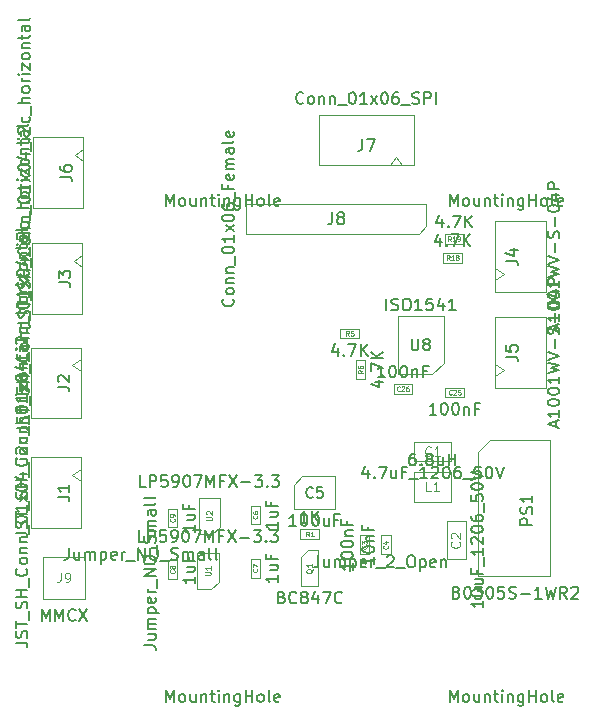
<source format=gbr>
G04 #@! TF.GenerationSoftware,KiCad,Pcbnew,(5.1.5-0)*
G04 #@! TF.CreationDate,2022-04-01T13:26:54-06:00*
G04 #@! TF.ProjectId,power-two-wire,706f7765-722d-4747-976f-2d776972652e,rev?*
G04 #@! TF.SameCoordinates,Original*
G04 #@! TF.FileFunction,Other,Fab,Top*
%FSLAX46Y46*%
G04 Gerber Fmt 4.6, Leading zero omitted, Abs format (unit mm)*
G04 Created by KiCad (PCBNEW (5.1.5-0)) date 2022-04-01 13:26:54*
%MOMM*%
%LPD*%
G04 APERTURE LIST*
%ADD10C,0.100000*%
%ADD11C,0.150000*%
%ADD12C,0.130000*%
%ADD13C,0.120000*%
%ADD14C,0.060000*%
%ADD15C,0.075000*%
G04 APERTURE END LIST*
D10*
X134467893Y-79650000D02*
X135175000Y-80150000D01*
X135175000Y-79150000D02*
X134467893Y-79650000D01*
X135175000Y-84150000D02*
X130925000Y-84150000D01*
X135175000Y-78150000D02*
X130925000Y-78150000D01*
X130925000Y-78150000D02*
X130925000Y-84150000D01*
X135175000Y-78150000D02*
X135175000Y-84150000D01*
X134367893Y-88600000D02*
X135075000Y-89100000D01*
X135075000Y-88100000D02*
X134367893Y-88600000D01*
X135075000Y-93100000D02*
X130825000Y-93100000D01*
X135075000Y-87100000D02*
X130825000Y-87100000D01*
X130825000Y-87100000D02*
X130825000Y-93100000D01*
X135075000Y-87100000D02*
X135075000Y-93100000D01*
X134267893Y-97450000D02*
X134975000Y-97950000D01*
X134975000Y-96950000D02*
X134267893Y-97450000D01*
X134975000Y-101950000D02*
X130725000Y-101950000D01*
X134975000Y-95950000D02*
X130725000Y-95950000D01*
X130725000Y-95950000D02*
X130725000Y-101950000D01*
X134975000Y-95950000D02*
X134975000Y-101950000D01*
X134267893Y-106750000D02*
X134975000Y-107250000D01*
X134975000Y-106250000D02*
X134267893Y-106750000D01*
X134975000Y-111250000D02*
X130725000Y-111250000D01*
X134975000Y-105250000D02*
X130725000Y-105250000D01*
X130725000Y-105250000D02*
X130725000Y-111250000D01*
X134975000Y-105250000D02*
X134975000Y-111250000D01*
X170782107Y-97880000D02*
X170075000Y-97380000D01*
X170075000Y-98380000D02*
X170782107Y-97880000D01*
X170075000Y-93380000D02*
X174325000Y-93380000D01*
X170075000Y-99380000D02*
X174325000Y-99380000D01*
X174325000Y-99380000D02*
X174325000Y-93380000D01*
X170075000Y-99380000D02*
X170075000Y-93380000D01*
X170782107Y-89750000D02*
X170075000Y-89250000D01*
X170075000Y-90250000D02*
X170782107Y-89750000D01*
X170075000Y-85250000D02*
X174325000Y-85250000D01*
X170075000Y-91250000D02*
X174325000Y-91250000D01*
X174325000Y-91250000D02*
X174325000Y-85250000D01*
X170075000Y-91250000D02*
X170075000Y-85250000D01*
X148980000Y-83780000D02*
X164220000Y-83780000D01*
X148980000Y-86320000D02*
X148980000Y-83780000D01*
X163585000Y-86320000D02*
X148980000Y-86320000D01*
X164220000Y-85685000D02*
X163585000Y-86320000D01*
X164220000Y-83780000D02*
X164220000Y-85685000D01*
X161650000Y-79817893D02*
X161150000Y-80525000D01*
X162150000Y-80525000D02*
X161650000Y-79817893D01*
X155150000Y-80525000D02*
X155150000Y-76275000D01*
X163150000Y-80525000D02*
X163150000Y-76275000D01*
X163150000Y-76275000D02*
X155150000Y-76275000D01*
X163150000Y-80525000D02*
X155150000Y-80525000D01*
X156512500Y-109650000D02*
X156512500Y-106850000D01*
X153012500Y-109650000D02*
X156512500Y-109650000D01*
X153012500Y-107550000D02*
X153012500Y-109650000D01*
X153712500Y-106850000D02*
X153012500Y-107550000D01*
X156512500Y-106850000D02*
X153712500Y-106850000D01*
X131795000Y-117205000D02*
X135305000Y-117205000D01*
X131795000Y-113695000D02*
X135305000Y-113695000D01*
X135305000Y-113695000D02*
X135305000Y-117205000D01*
X131795000Y-113695000D02*
X131795000Y-117205000D01*
X165775000Y-86350000D02*
X167375000Y-86350000D01*
X165775000Y-87150000D02*
X165775000Y-86350000D01*
X167375000Y-87150000D02*
X165775000Y-87150000D01*
X167375000Y-86350000D02*
X167375000Y-87150000D01*
X165650000Y-87950000D02*
X167250000Y-87950000D01*
X165650000Y-88750000D02*
X165650000Y-87950000D01*
X167250000Y-88750000D02*
X165650000Y-88750000D01*
X167250000Y-87950000D02*
X167250000Y-88750000D01*
X161450000Y-99050000D02*
X163050000Y-99050000D01*
X161450000Y-99850000D02*
X161450000Y-99050000D01*
X163050000Y-99850000D02*
X161450000Y-99850000D01*
X163050000Y-99050000D02*
X163050000Y-99850000D01*
X167425000Y-100150000D02*
X165825000Y-100150000D01*
X167425000Y-99350000D02*
X167425000Y-100150000D01*
X165825000Y-99350000D02*
X167425000Y-99350000D01*
X165825000Y-100150000D02*
X165825000Y-99350000D01*
X165700000Y-97225000D02*
X164725000Y-98200000D01*
X165700000Y-93300000D02*
X165700000Y-97225000D01*
X161800000Y-93300000D02*
X165700000Y-93300000D01*
X161800000Y-98200000D02*
X161800000Y-93300000D01*
X164725000Y-98200000D02*
X161800000Y-98200000D01*
X144950000Y-111750000D02*
X144950000Y-108650000D01*
X144950000Y-108650000D02*
X146750000Y-108650000D01*
X146750000Y-111100000D02*
X146750000Y-108650000D01*
X144950000Y-111750000D02*
X146100000Y-111750000D01*
X146750000Y-111100000D02*
X146100000Y-111750000D01*
X144850000Y-116410000D02*
X144850000Y-113310000D01*
X144850000Y-113310000D02*
X146650000Y-113310000D01*
X146650000Y-115760000D02*
X146650000Y-113310000D01*
X144850000Y-116410000D02*
X146000000Y-116410000D01*
X146650000Y-115760000D02*
X146000000Y-116410000D01*
X153575000Y-111350000D02*
X155175000Y-111350000D01*
X153575000Y-112150000D02*
X153575000Y-111350000D01*
X155175000Y-112150000D02*
X153575000Y-112150000D01*
X155175000Y-111350000D02*
X155175000Y-112150000D01*
X163150000Y-106500000D02*
X166350000Y-106500000D01*
X163150000Y-109000000D02*
X163150000Y-106500000D01*
X166350000Y-109000000D02*
X163150000Y-109000000D01*
X166350000Y-106500000D02*
X166350000Y-109000000D01*
X143150000Y-109575000D02*
X143150000Y-111175000D01*
X142350000Y-109575000D02*
X143150000Y-109575000D01*
X142350000Y-111175000D02*
X142350000Y-109575000D01*
X143150000Y-111175000D02*
X142350000Y-111175000D01*
X143150000Y-113950000D02*
X143150000Y-115550000D01*
X142350000Y-113950000D02*
X143150000Y-113950000D01*
X142350000Y-115550000D02*
X142350000Y-113950000D01*
X143150000Y-115550000D02*
X142350000Y-115550000D01*
X150150000Y-113825000D02*
X150150000Y-115425000D01*
X149350000Y-113825000D02*
X150150000Y-113825000D01*
X149350000Y-115425000D02*
X149350000Y-113825000D01*
X150150000Y-115425000D02*
X149350000Y-115425000D01*
X150150000Y-109325000D02*
X150150000Y-110925000D01*
X149350000Y-109325000D02*
X150150000Y-109325000D01*
X149350000Y-110925000D02*
X149350000Y-109325000D01*
X150150000Y-110925000D02*
X149350000Y-110925000D01*
X167550000Y-110662500D02*
X167550000Y-113862500D01*
X165950000Y-110662500D02*
X167550000Y-110662500D01*
X165950000Y-113862500D02*
X165950000Y-110662500D01*
X167550000Y-113862500D02*
X165950000Y-113862500D01*
X166350000Y-105550000D02*
X163150000Y-105550000D01*
X166350000Y-103950000D02*
X166350000Y-105550000D01*
X163150000Y-103950000D02*
X166350000Y-103950000D01*
X163150000Y-105550000D02*
X163150000Y-103950000D01*
X159075000Y-97000000D02*
X159075000Y-98600000D01*
X158275000Y-97000000D02*
X159075000Y-97000000D01*
X158275000Y-98600000D02*
X158275000Y-97000000D01*
X159075000Y-98600000D02*
X158275000Y-98600000D01*
X158550000Y-95150000D02*
X156950000Y-95150000D01*
X158550000Y-94350000D02*
X158550000Y-95150000D01*
X156950000Y-94350000D02*
X158550000Y-94350000D01*
X156950000Y-95150000D02*
X156950000Y-94350000D01*
X168620000Y-115330000D02*
X174720000Y-115330000D01*
X168620000Y-104800000D02*
X168620000Y-115330000D01*
X169620000Y-103800000D02*
X174720000Y-103800000D01*
X169620000Y-103800000D02*
X168620000Y-104800000D01*
X174720000Y-103800000D02*
X174720000Y-115330000D01*
X153650000Y-116170000D02*
X155050000Y-116170000D01*
X155050000Y-113130000D02*
X155050000Y-116170000D01*
X153650000Y-113700000D02*
X154200000Y-113130000D01*
X154200000Y-113130000D02*
X155050000Y-113130000D01*
X153650000Y-113700000D02*
X153650000Y-116150000D01*
X160400000Y-113450000D02*
X160400000Y-111850000D01*
X161200000Y-113450000D02*
X160400000Y-113450000D01*
X161200000Y-111850000D02*
X161200000Y-113450000D01*
X160400000Y-111850000D02*
X161200000Y-111850000D01*
X158600000Y-113450000D02*
X158600000Y-111850000D01*
X159400000Y-113450000D02*
X158600000Y-113450000D01*
X159400000Y-111850000D02*
X159400000Y-113450000D01*
X158600000Y-111850000D02*
X159400000Y-111850000D01*
D11*
X129652380Y-93840476D02*
X130366666Y-93840476D01*
X130509523Y-93888095D01*
X130604761Y-93983333D01*
X130652380Y-94126190D01*
X130652380Y-94221428D01*
X130604761Y-93411904D02*
X130652380Y-93269047D01*
X130652380Y-93030952D01*
X130604761Y-92935714D01*
X130557142Y-92888095D01*
X130461904Y-92840476D01*
X130366666Y-92840476D01*
X130271428Y-92888095D01*
X130223809Y-92935714D01*
X130176190Y-93030952D01*
X130128571Y-93221428D01*
X130080952Y-93316666D01*
X130033333Y-93364285D01*
X129938095Y-93411904D01*
X129842857Y-93411904D01*
X129747619Y-93364285D01*
X129700000Y-93316666D01*
X129652380Y-93221428D01*
X129652380Y-92983333D01*
X129700000Y-92840476D01*
X129652380Y-92554761D02*
X129652380Y-91983333D01*
X130652380Y-92269047D02*
X129652380Y-92269047D01*
X130747619Y-91888095D02*
X130747619Y-91126190D01*
X130604761Y-90935714D02*
X130652380Y-90792857D01*
X130652380Y-90554761D01*
X130604761Y-90459523D01*
X130557142Y-90411904D01*
X130461904Y-90364285D01*
X130366666Y-90364285D01*
X130271428Y-90411904D01*
X130223809Y-90459523D01*
X130176190Y-90554761D01*
X130128571Y-90745238D01*
X130080952Y-90840476D01*
X130033333Y-90888095D01*
X129938095Y-90935714D01*
X129842857Y-90935714D01*
X129747619Y-90888095D01*
X129700000Y-90840476D01*
X129652380Y-90745238D01*
X129652380Y-90507142D01*
X129700000Y-90364285D01*
X130652380Y-89935714D02*
X129652380Y-89935714D01*
X130128571Y-89935714D02*
X130128571Y-89364285D01*
X130652380Y-89364285D02*
X129652380Y-89364285D01*
X130747619Y-89126190D02*
X130747619Y-88364285D01*
X130557142Y-87554761D02*
X130604761Y-87602380D01*
X130652380Y-87745238D01*
X130652380Y-87840476D01*
X130604761Y-87983333D01*
X130509523Y-88078571D01*
X130414285Y-88126190D01*
X130223809Y-88173809D01*
X130080952Y-88173809D01*
X129890476Y-88126190D01*
X129795238Y-88078571D01*
X129700000Y-87983333D01*
X129652380Y-87840476D01*
X129652380Y-87745238D01*
X129700000Y-87602380D01*
X129747619Y-87554761D01*
X130652380Y-86983333D02*
X130604761Y-87078571D01*
X130557142Y-87126190D01*
X130461904Y-87173809D01*
X130176190Y-87173809D01*
X130080952Y-87126190D01*
X130033333Y-87078571D01*
X129985714Y-86983333D01*
X129985714Y-86840476D01*
X130033333Y-86745238D01*
X130080952Y-86697619D01*
X130176190Y-86650000D01*
X130461904Y-86650000D01*
X130557142Y-86697619D01*
X130604761Y-86745238D01*
X130652380Y-86840476D01*
X130652380Y-86983333D01*
X129985714Y-86221428D02*
X130652380Y-86221428D01*
X130080952Y-86221428D02*
X130033333Y-86173809D01*
X129985714Y-86078571D01*
X129985714Y-85935714D01*
X130033333Y-85840476D01*
X130128571Y-85792857D01*
X130652380Y-85792857D01*
X129985714Y-85316666D02*
X130652380Y-85316666D01*
X130080952Y-85316666D02*
X130033333Y-85269047D01*
X129985714Y-85173809D01*
X129985714Y-85030952D01*
X130033333Y-84935714D01*
X130128571Y-84888095D01*
X130652380Y-84888095D01*
X130747619Y-84650000D02*
X130747619Y-83888095D01*
X129652380Y-83459523D02*
X129652380Y-83364285D01*
X129700000Y-83269047D01*
X129747619Y-83221428D01*
X129842857Y-83173809D01*
X130033333Y-83126190D01*
X130271428Y-83126190D01*
X130461904Y-83173809D01*
X130557142Y-83221428D01*
X130604761Y-83269047D01*
X130652380Y-83364285D01*
X130652380Y-83459523D01*
X130604761Y-83554761D01*
X130557142Y-83602380D01*
X130461904Y-83650000D01*
X130271428Y-83697619D01*
X130033333Y-83697619D01*
X129842857Y-83650000D01*
X129747619Y-83602380D01*
X129700000Y-83554761D01*
X129652380Y-83459523D01*
X130652380Y-82173809D02*
X130652380Y-82745238D01*
X130652380Y-82459523D02*
X129652380Y-82459523D01*
X129795238Y-82554761D01*
X129890476Y-82650000D01*
X129938095Y-82745238D01*
X130652380Y-81840476D02*
X129985714Y-81316666D01*
X129985714Y-81840476D02*
X130652380Y-81316666D01*
X129652380Y-80745238D02*
X129652380Y-80650000D01*
X129700000Y-80554761D01*
X129747619Y-80507142D01*
X129842857Y-80459523D01*
X130033333Y-80411904D01*
X130271428Y-80411904D01*
X130461904Y-80459523D01*
X130557142Y-80507142D01*
X130604761Y-80554761D01*
X130652380Y-80650000D01*
X130652380Y-80745238D01*
X130604761Y-80840476D01*
X130557142Y-80888095D01*
X130461904Y-80935714D01*
X130271428Y-80983333D01*
X130033333Y-80983333D01*
X129842857Y-80935714D01*
X129747619Y-80888095D01*
X129700000Y-80840476D01*
X129652380Y-80745238D01*
X129985714Y-79554761D02*
X130652380Y-79554761D01*
X129604761Y-79792857D02*
X130319047Y-80030952D01*
X130319047Y-79411904D01*
X130747619Y-79269047D02*
X130747619Y-78507142D01*
X130652380Y-78269047D02*
X129985714Y-78269047D01*
X129652380Y-78269047D02*
X129700000Y-78316666D01*
X129747619Y-78269047D01*
X129700000Y-78221428D01*
X129652380Y-78269047D01*
X129747619Y-78269047D01*
X129747619Y-77840476D02*
X129700000Y-77792857D01*
X129652380Y-77697619D01*
X129652380Y-77459523D01*
X129700000Y-77364285D01*
X129747619Y-77316666D01*
X129842857Y-77269047D01*
X129938095Y-77269047D01*
X130080952Y-77316666D01*
X130652380Y-77888095D01*
X130652380Y-77269047D01*
X130604761Y-76411904D02*
X130652380Y-76507142D01*
X130652380Y-76697619D01*
X130604761Y-76792857D01*
X130557142Y-76840476D01*
X130461904Y-76888095D01*
X130176190Y-76888095D01*
X130080952Y-76840476D01*
X130033333Y-76792857D01*
X129985714Y-76697619D01*
X129985714Y-76507142D01*
X130033333Y-76411904D01*
X130747619Y-76221428D02*
X130747619Y-75459523D01*
X130652380Y-75221428D02*
X129652380Y-75221428D01*
X130652380Y-74792857D02*
X130128571Y-74792857D01*
X130033333Y-74840476D01*
X129985714Y-74935714D01*
X129985714Y-75078571D01*
X130033333Y-75173809D01*
X130080952Y-75221428D01*
X130652380Y-74173809D02*
X130604761Y-74269047D01*
X130557142Y-74316666D01*
X130461904Y-74364285D01*
X130176190Y-74364285D01*
X130080952Y-74316666D01*
X130033333Y-74269047D01*
X129985714Y-74173809D01*
X129985714Y-74030952D01*
X130033333Y-73935714D01*
X130080952Y-73888095D01*
X130176190Y-73840476D01*
X130461904Y-73840476D01*
X130557142Y-73888095D01*
X130604761Y-73935714D01*
X130652380Y-74030952D01*
X130652380Y-74173809D01*
X130652380Y-73411904D02*
X129985714Y-73411904D01*
X130176190Y-73411904D02*
X130080952Y-73364285D01*
X130033333Y-73316666D01*
X129985714Y-73221428D01*
X129985714Y-73126190D01*
X130652380Y-72792857D02*
X129985714Y-72792857D01*
X129652380Y-72792857D02*
X129700000Y-72840476D01*
X129747619Y-72792857D01*
X129700000Y-72745238D01*
X129652380Y-72792857D01*
X129747619Y-72792857D01*
X129985714Y-72411904D02*
X129985714Y-71888095D01*
X130652380Y-72411904D01*
X130652380Y-71888095D01*
X130652380Y-71364285D02*
X130604761Y-71459523D01*
X130557142Y-71507142D01*
X130461904Y-71554761D01*
X130176190Y-71554761D01*
X130080952Y-71507142D01*
X130033333Y-71459523D01*
X129985714Y-71364285D01*
X129985714Y-71221428D01*
X130033333Y-71126190D01*
X130080952Y-71078571D01*
X130176190Y-71030952D01*
X130461904Y-71030952D01*
X130557142Y-71078571D01*
X130604761Y-71126190D01*
X130652380Y-71221428D01*
X130652380Y-71364285D01*
X129985714Y-70602380D02*
X130652380Y-70602380D01*
X130080952Y-70602380D02*
X130033333Y-70554761D01*
X129985714Y-70459523D01*
X129985714Y-70316666D01*
X130033333Y-70221428D01*
X130128571Y-70173809D01*
X130652380Y-70173809D01*
X129985714Y-69840476D02*
X129985714Y-69459523D01*
X129652380Y-69697619D02*
X130509523Y-69697619D01*
X130604761Y-69650000D01*
X130652380Y-69554761D01*
X130652380Y-69459523D01*
X130652380Y-68697619D02*
X130128571Y-68697619D01*
X130033333Y-68745238D01*
X129985714Y-68840476D01*
X129985714Y-69030952D01*
X130033333Y-69126190D01*
X130604761Y-68697619D02*
X130652380Y-68792857D01*
X130652380Y-69030952D01*
X130604761Y-69126190D01*
X130509523Y-69173809D01*
X130414285Y-69173809D01*
X130319047Y-69126190D01*
X130271428Y-69030952D01*
X130271428Y-68792857D01*
X130223809Y-68697619D01*
X130652380Y-68078571D02*
X130604761Y-68173809D01*
X130509523Y-68221428D01*
X129652380Y-68221428D01*
X133202380Y-81483333D02*
X133916666Y-81483333D01*
X134059523Y-81530952D01*
X134154761Y-81626190D01*
X134202380Y-81769047D01*
X134202380Y-81864285D01*
X133202380Y-80578571D02*
X133202380Y-80769047D01*
X133250000Y-80864285D01*
X133297619Y-80911904D01*
X133440476Y-81007142D01*
X133630952Y-81054761D01*
X134011904Y-81054761D01*
X134107142Y-81007142D01*
X134154761Y-80959523D01*
X134202380Y-80864285D01*
X134202380Y-80673809D01*
X134154761Y-80578571D01*
X134107142Y-80530952D01*
X134011904Y-80483333D01*
X133773809Y-80483333D01*
X133678571Y-80530952D01*
X133630952Y-80578571D01*
X133583333Y-80673809D01*
X133583333Y-80864285D01*
X133630952Y-80959523D01*
X133678571Y-81007142D01*
X133773809Y-81054761D01*
X129552380Y-102790476D02*
X130266666Y-102790476D01*
X130409523Y-102838095D01*
X130504761Y-102933333D01*
X130552380Y-103076190D01*
X130552380Y-103171428D01*
X130504761Y-102361904D02*
X130552380Y-102219047D01*
X130552380Y-101980952D01*
X130504761Y-101885714D01*
X130457142Y-101838095D01*
X130361904Y-101790476D01*
X130266666Y-101790476D01*
X130171428Y-101838095D01*
X130123809Y-101885714D01*
X130076190Y-101980952D01*
X130028571Y-102171428D01*
X129980952Y-102266666D01*
X129933333Y-102314285D01*
X129838095Y-102361904D01*
X129742857Y-102361904D01*
X129647619Y-102314285D01*
X129600000Y-102266666D01*
X129552380Y-102171428D01*
X129552380Y-101933333D01*
X129600000Y-101790476D01*
X129552380Y-101504761D02*
X129552380Y-100933333D01*
X130552380Y-101219047D02*
X129552380Y-101219047D01*
X130647619Y-100838095D02*
X130647619Y-100076190D01*
X130504761Y-99885714D02*
X130552380Y-99742857D01*
X130552380Y-99504761D01*
X130504761Y-99409523D01*
X130457142Y-99361904D01*
X130361904Y-99314285D01*
X130266666Y-99314285D01*
X130171428Y-99361904D01*
X130123809Y-99409523D01*
X130076190Y-99504761D01*
X130028571Y-99695238D01*
X129980952Y-99790476D01*
X129933333Y-99838095D01*
X129838095Y-99885714D01*
X129742857Y-99885714D01*
X129647619Y-99838095D01*
X129600000Y-99790476D01*
X129552380Y-99695238D01*
X129552380Y-99457142D01*
X129600000Y-99314285D01*
X130552380Y-98885714D02*
X129552380Y-98885714D01*
X130028571Y-98885714D02*
X130028571Y-98314285D01*
X130552380Y-98314285D02*
X129552380Y-98314285D01*
X130647619Y-98076190D02*
X130647619Y-97314285D01*
X130457142Y-96504761D02*
X130504761Y-96552380D01*
X130552380Y-96695238D01*
X130552380Y-96790476D01*
X130504761Y-96933333D01*
X130409523Y-97028571D01*
X130314285Y-97076190D01*
X130123809Y-97123809D01*
X129980952Y-97123809D01*
X129790476Y-97076190D01*
X129695238Y-97028571D01*
X129600000Y-96933333D01*
X129552380Y-96790476D01*
X129552380Y-96695238D01*
X129600000Y-96552380D01*
X129647619Y-96504761D01*
X130552380Y-95933333D02*
X130504761Y-96028571D01*
X130457142Y-96076190D01*
X130361904Y-96123809D01*
X130076190Y-96123809D01*
X129980952Y-96076190D01*
X129933333Y-96028571D01*
X129885714Y-95933333D01*
X129885714Y-95790476D01*
X129933333Y-95695238D01*
X129980952Y-95647619D01*
X130076190Y-95600000D01*
X130361904Y-95600000D01*
X130457142Y-95647619D01*
X130504761Y-95695238D01*
X130552380Y-95790476D01*
X130552380Y-95933333D01*
X129885714Y-95171428D02*
X130552380Y-95171428D01*
X129980952Y-95171428D02*
X129933333Y-95123809D01*
X129885714Y-95028571D01*
X129885714Y-94885714D01*
X129933333Y-94790476D01*
X130028571Y-94742857D01*
X130552380Y-94742857D01*
X129885714Y-94266666D02*
X130552380Y-94266666D01*
X129980952Y-94266666D02*
X129933333Y-94219047D01*
X129885714Y-94123809D01*
X129885714Y-93980952D01*
X129933333Y-93885714D01*
X130028571Y-93838095D01*
X130552380Y-93838095D01*
X130647619Y-93600000D02*
X130647619Y-92838095D01*
X129552380Y-92409523D02*
X129552380Y-92314285D01*
X129600000Y-92219047D01*
X129647619Y-92171428D01*
X129742857Y-92123809D01*
X129933333Y-92076190D01*
X130171428Y-92076190D01*
X130361904Y-92123809D01*
X130457142Y-92171428D01*
X130504761Y-92219047D01*
X130552380Y-92314285D01*
X130552380Y-92409523D01*
X130504761Y-92504761D01*
X130457142Y-92552380D01*
X130361904Y-92600000D01*
X130171428Y-92647619D01*
X129933333Y-92647619D01*
X129742857Y-92600000D01*
X129647619Y-92552380D01*
X129600000Y-92504761D01*
X129552380Y-92409523D01*
X130552380Y-91123809D02*
X130552380Y-91695238D01*
X130552380Y-91409523D02*
X129552380Y-91409523D01*
X129695238Y-91504761D01*
X129790476Y-91600000D01*
X129838095Y-91695238D01*
X130552380Y-90790476D02*
X129885714Y-90266666D01*
X129885714Y-90790476D02*
X130552380Y-90266666D01*
X129552380Y-89695238D02*
X129552380Y-89600000D01*
X129600000Y-89504761D01*
X129647619Y-89457142D01*
X129742857Y-89409523D01*
X129933333Y-89361904D01*
X130171428Y-89361904D01*
X130361904Y-89409523D01*
X130457142Y-89457142D01*
X130504761Y-89504761D01*
X130552380Y-89600000D01*
X130552380Y-89695238D01*
X130504761Y-89790476D01*
X130457142Y-89838095D01*
X130361904Y-89885714D01*
X130171428Y-89933333D01*
X129933333Y-89933333D01*
X129742857Y-89885714D01*
X129647619Y-89838095D01*
X129600000Y-89790476D01*
X129552380Y-89695238D01*
X129885714Y-88504761D02*
X130552380Y-88504761D01*
X129504761Y-88742857D02*
X130219047Y-88980952D01*
X130219047Y-88361904D01*
X130647619Y-88219047D02*
X130647619Y-87457142D01*
X130552380Y-87219047D02*
X129885714Y-87219047D01*
X129552380Y-87219047D02*
X129600000Y-87266666D01*
X129647619Y-87219047D01*
X129600000Y-87171428D01*
X129552380Y-87219047D01*
X129647619Y-87219047D01*
X129647619Y-86790476D02*
X129600000Y-86742857D01*
X129552380Y-86647619D01*
X129552380Y-86409523D01*
X129600000Y-86314285D01*
X129647619Y-86266666D01*
X129742857Y-86219047D01*
X129838095Y-86219047D01*
X129980952Y-86266666D01*
X130552380Y-86838095D01*
X130552380Y-86219047D01*
X130504761Y-85361904D02*
X130552380Y-85457142D01*
X130552380Y-85647619D01*
X130504761Y-85742857D01*
X130457142Y-85790476D01*
X130361904Y-85838095D01*
X130076190Y-85838095D01*
X129980952Y-85790476D01*
X129933333Y-85742857D01*
X129885714Y-85647619D01*
X129885714Y-85457142D01*
X129933333Y-85361904D01*
X130647619Y-85171428D02*
X130647619Y-84409523D01*
X130552380Y-84171428D02*
X129552380Y-84171428D01*
X130552380Y-83742857D02*
X130028571Y-83742857D01*
X129933333Y-83790476D01*
X129885714Y-83885714D01*
X129885714Y-84028571D01*
X129933333Y-84123809D01*
X129980952Y-84171428D01*
X130552380Y-83123809D02*
X130504761Y-83219047D01*
X130457142Y-83266666D01*
X130361904Y-83314285D01*
X130076190Y-83314285D01*
X129980952Y-83266666D01*
X129933333Y-83219047D01*
X129885714Y-83123809D01*
X129885714Y-82980952D01*
X129933333Y-82885714D01*
X129980952Y-82838095D01*
X130076190Y-82790476D01*
X130361904Y-82790476D01*
X130457142Y-82838095D01*
X130504761Y-82885714D01*
X130552380Y-82980952D01*
X130552380Y-83123809D01*
X130552380Y-82361904D02*
X129885714Y-82361904D01*
X130076190Y-82361904D02*
X129980952Y-82314285D01*
X129933333Y-82266666D01*
X129885714Y-82171428D01*
X129885714Y-82076190D01*
X130552380Y-81742857D02*
X129885714Y-81742857D01*
X129552380Y-81742857D02*
X129600000Y-81790476D01*
X129647619Y-81742857D01*
X129600000Y-81695238D01*
X129552380Y-81742857D01*
X129647619Y-81742857D01*
X129885714Y-81361904D02*
X129885714Y-80838095D01*
X130552380Y-81361904D01*
X130552380Y-80838095D01*
X130552380Y-80314285D02*
X130504761Y-80409523D01*
X130457142Y-80457142D01*
X130361904Y-80504761D01*
X130076190Y-80504761D01*
X129980952Y-80457142D01*
X129933333Y-80409523D01*
X129885714Y-80314285D01*
X129885714Y-80171428D01*
X129933333Y-80076190D01*
X129980952Y-80028571D01*
X130076190Y-79980952D01*
X130361904Y-79980952D01*
X130457142Y-80028571D01*
X130504761Y-80076190D01*
X130552380Y-80171428D01*
X130552380Y-80314285D01*
X129885714Y-79552380D02*
X130552380Y-79552380D01*
X129980952Y-79552380D02*
X129933333Y-79504761D01*
X129885714Y-79409523D01*
X129885714Y-79266666D01*
X129933333Y-79171428D01*
X130028571Y-79123809D01*
X130552380Y-79123809D01*
X129885714Y-78790476D02*
X129885714Y-78409523D01*
X129552380Y-78647619D02*
X130409523Y-78647619D01*
X130504761Y-78600000D01*
X130552380Y-78504761D01*
X130552380Y-78409523D01*
X130552380Y-77647619D02*
X130028571Y-77647619D01*
X129933333Y-77695238D01*
X129885714Y-77790476D01*
X129885714Y-77980952D01*
X129933333Y-78076190D01*
X130504761Y-77647619D02*
X130552380Y-77742857D01*
X130552380Y-77980952D01*
X130504761Y-78076190D01*
X130409523Y-78123809D01*
X130314285Y-78123809D01*
X130219047Y-78076190D01*
X130171428Y-77980952D01*
X130171428Y-77742857D01*
X130123809Y-77647619D01*
X130552380Y-77028571D02*
X130504761Y-77123809D01*
X130409523Y-77171428D01*
X129552380Y-77171428D01*
X133102380Y-90433333D02*
X133816666Y-90433333D01*
X133959523Y-90480952D01*
X134054761Y-90576190D01*
X134102380Y-90719047D01*
X134102380Y-90814285D01*
X133102380Y-90052380D02*
X133102380Y-89433333D01*
X133483333Y-89766666D01*
X133483333Y-89623809D01*
X133530952Y-89528571D01*
X133578571Y-89480952D01*
X133673809Y-89433333D01*
X133911904Y-89433333D01*
X134007142Y-89480952D01*
X134054761Y-89528571D01*
X134102380Y-89623809D01*
X134102380Y-89909523D01*
X134054761Y-90004761D01*
X134007142Y-90052380D01*
X129452380Y-111640476D02*
X130166666Y-111640476D01*
X130309523Y-111688095D01*
X130404761Y-111783333D01*
X130452380Y-111926190D01*
X130452380Y-112021428D01*
X130404761Y-111211904D02*
X130452380Y-111069047D01*
X130452380Y-110830952D01*
X130404761Y-110735714D01*
X130357142Y-110688095D01*
X130261904Y-110640476D01*
X130166666Y-110640476D01*
X130071428Y-110688095D01*
X130023809Y-110735714D01*
X129976190Y-110830952D01*
X129928571Y-111021428D01*
X129880952Y-111116666D01*
X129833333Y-111164285D01*
X129738095Y-111211904D01*
X129642857Y-111211904D01*
X129547619Y-111164285D01*
X129500000Y-111116666D01*
X129452380Y-111021428D01*
X129452380Y-110783333D01*
X129500000Y-110640476D01*
X129452380Y-110354761D02*
X129452380Y-109783333D01*
X130452380Y-110069047D02*
X129452380Y-110069047D01*
X130547619Y-109688095D02*
X130547619Y-108926190D01*
X130404761Y-108735714D02*
X130452380Y-108592857D01*
X130452380Y-108354761D01*
X130404761Y-108259523D01*
X130357142Y-108211904D01*
X130261904Y-108164285D01*
X130166666Y-108164285D01*
X130071428Y-108211904D01*
X130023809Y-108259523D01*
X129976190Y-108354761D01*
X129928571Y-108545238D01*
X129880952Y-108640476D01*
X129833333Y-108688095D01*
X129738095Y-108735714D01*
X129642857Y-108735714D01*
X129547619Y-108688095D01*
X129500000Y-108640476D01*
X129452380Y-108545238D01*
X129452380Y-108307142D01*
X129500000Y-108164285D01*
X130452380Y-107735714D02*
X129452380Y-107735714D01*
X129928571Y-107735714D02*
X129928571Y-107164285D01*
X130452380Y-107164285D02*
X129452380Y-107164285D01*
X130547619Y-106926190D02*
X130547619Y-106164285D01*
X130357142Y-105354761D02*
X130404761Y-105402380D01*
X130452380Y-105545238D01*
X130452380Y-105640476D01*
X130404761Y-105783333D01*
X130309523Y-105878571D01*
X130214285Y-105926190D01*
X130023809Y-105973809D01*
X129880952Y-105973809D01*
X129690476Y-105926190D01*
X129595238Y-105878571D01*
X129500000Y-105783333D01*
X129452380Y-105640476D01*
X129452380Y-105545238D01*
X129500000Y-105402380D01*
X129547619Y-105354761D01*
X130452380Y-104783333D02*
X130404761Y-104878571D01*
X130357142Y-104926190D01*
X130261904Y-104973809D01*
X129976190Y-104973809D01*
X129880952Y-104926190D01*
X129833333Y-104878571D01*
X129785714Y-104783333D01*
X129785714Y-104640476D01*
X129833333Y-104545238D01*
X129880952Y-104497619D01*
X129976190Y-104450000D01*
X130261904Y-104450000D01*
X130357142Y-104497619D01*
X130404761Y-104545238D01*
X130452380Y-104640476D01*
X130452380Y-104783333D01*
X129785714Y-104021428D02*
X130452380Y-104021428D01*
X129880952Y-104021428D02*
X129833333Y-103973809D01*
X129785714Y-103878571D01*
X129785714Y-103735714D01*
X129833333Y-103640476D01*
X129928571Y-103592857D01*
X130452380Y-103592857D01*
X129785714Y-103116666D02*
X130452380Y-103116666D01*
X129880952Y-103116666D02*
X129833333Y-103069047D01*
X129785714Y-102973809D01*
X129785714Y-102830952D01*
X129833333Y-102735714D01*
X129928571Y-102688095D01*
X130452380Y-102688095D01*
X130547619Y-102450000D02*
X130547619Y-101688095D01*
X129452380Y-101259523D02*
X129452380Y-101164285D01*
X129500000Y-101069047D01*
X129547619Y-101021428D01*
X129642857Y-100973809D01*
X129833333Y-100926190D01*
X130071428Y-100926190D01*
X130261904Y-100973809D01*
X130357142Y-101021428D01*
X130404761Y-101069047D01*
X130452380Y-101164285D01*
X130452380Y-101259523D01*
X130404761Y-101354761D01*
X130357142Y-101402380D01*
X130261904Y-101450000D01*
X130071428Y-101497619D01*
X129833333Y-101497619D01*
X129642857Y-101450000D01*
X129547619Y-101402380D01*
X129500000Y-101354761D01*
X129452380Y-101259523D01*
X130452380Y-99973809D02*
X130452380Y-100545238D01*
X130452380Y-100259523D02*
X129452380Y-100259523D01*
X129595238Y-100354761D01*
X129690476Y-100450000D01*
X129738095Y-100545238D01*
X130452380Y-99640476D02*
X129785714Y-99116666D01*
X129785714Y-99640476D02*
X130452380Y-99116666D01*
X129452380Y-98545238D02*
X129452380Y-98450000D01*
X129500000Y-98354761D01*
X129547619Y-98307142D01*
X129642857Y-98259523D01*
X129833333Y-98211904D01*
X130071428Y-98211904D01*
X130261904Y-98259523D01*
X130357142Y-98307142D01*
X130404761Y-98354761D01*
X130452380Y-98450000D01*
X130452380Y-98545238D01*
X130404761Y-98640476D01*
X130357142Y-98688095D01*
X130261904Y-98735714D01*
X130071428Y-98783333D01*
X129833333Y-98783333D01*
X129642857Y-98735714D01*
X129547619Y-98688095D01*
X129500000Y-98640476D01*
X129452380Y-98545238D01*
X129785714Y-97354761D02*
X130452380Y-97354761D01*
X129404761Y-97592857D02*
X130119047Y-97830952D01*
X130119047Y-97211904D01*
X130547619Y-97069047D02*
X130547619Y-96307142D01*
X130452380Y-96069047D02*
X129785714Y-96069047D01*
X129452380Y-96069047D02*
X129500000Y-96116666D01*
X129547619Y-96069047D01*
X129500000Y-96021428D01*
X129452380Y-96069047D01*
X129547619Y-96069047D01*
X129547619Y-95640476D02*
X129500000Y-95592857D01*
X129452380Y-95497619D01*
X129452380Y-95259523D01*
X129500000Y-95164285D01*
X129547619Y-95116666D01*
X129642857Y-95069047D01*
X129738095Y-95069047D01*
X129880952Y-95116666D01*
X130452380Y-95688095D01*
X130452380Y-95069047D01*
X130404761Y-94211904D02*
X130452380Y-94307142D01*
X130452380Y-94497619D01*
X130404761Y-94592857D01*
X130357142Y-94640476D01*
X130261904Y-94688095D01*
X129976190Y-94688095D01*
X129880952Y-94640476D01*
X129833333Y-94592857D01*
X129785714Y-94497619D01*
X129785714Y-94307142D01*
X129833333Y-94211904D01*
X130547619Y-94021428D02*
X130547619Y-93259523D01*
X130452380Y-93021428D02*
X129452380Y-93021428D01*
X130452380Y-92592857D02*
X129928571Y-92592857D01*
X129833333Y-92640476D01*
X129785714Y-92735714D01*
X129785714Y-92878571D01*
X129833333Y-92973809D01*
X129880952Y-93021428D01*
X130452380Y-91973809D02*
X130404761Y-92069047D01*
X130357142Y-92116666D01*
X130261904Y-92164285D01*
X129976190Y-92164285D01*
X129880952Y-92116666D01*
X129833333Y-92069047D01*
X129785714Y-91973809D01*
X129785714Y-91830952D01*
X129833333Y-91735714D01*
X129880952Y-91688095D01*
X129976190Y-91640476D01*
X130261904Y-91640476D01*
X130357142Y-91688095D01*
X130404761Y-91735714D01*
X130452380Y-91830952D01*
X130452380Y-91973809D01*
X130452380Y-91211904D02*
X129785714Y-91211904D01*
X129976190Y-91211904D02*
X129880952Y-91164285D01*
X129833333Y-91116666D01*
X129785714Y-91021428D01*
X129785714Y-90926190D01*
X130452380Y-90592857D02*
X129785714Y-90592857D01*
X129452380Y-90592857D02*
X129500000Y-90640476D01*
X129547619Y-90592857D01*
X129500000Y-90545238D01*
X129452380Y-90592857D01*
X129547619Y-90592857D01*
X129785714Y-90211904D02*
X129785714Y-89688095D01*
X130452380Y-90211904D01*
X130452380Y-89688095D01*
X130452380Y-89164285D02*
X130404761Y-89259523D01*
X130357142Y-89307142D01*
X130261904Y-89354761D01*
X129976190Y-89354761D01*
X129880952Y-89307142D01*
X129833333Y-89259523D01*
X129785714Y-89164285D01*
X129785714Y-89021428D01*
X129833333Y-88926190D01*
X129880952Y-88878571D01*
X129976190Y-88830952D01*
X130261904Y-88830952D01*
X130357142Y-88878571D01*
X130404761Y-88926190D01*
X130452380Y-89021428D01*
X130452380Y-89164285D01*
X129785714Y-88402380D02*
X130452380Y-88402380D01*
X129880952Y-88402380D02*
X129833333Y-88354761D01*
X129785714Y-88259523D01*
X129785714Y-88116666D01*
X129833333Y-88021428D01*
X129928571Y-87973809D01*
X130452380Y-87973809D01*
X129785714Y-87640476D02*
X129785714Y-87259523D01*
X129452380Y-87497619D02*
X130309523Y-87497619D01*
X130404761Y-87450000D01*
X130452380Y-87354761D01*
X130452380Y-87259523D01*
X130452380Y-86497619D02*
X129928571Y-86497619D01*
X129833333Y-86545238D01*
X129785714Y-86640476D01*
X129785714Y-86830952D01*
X129833333Y-86926190D01*
X130404761Y-86497619D02*
X130452380Y-86592857D01*
X130452380Y-86830952D01*
X130404761Y-86926190D01*
X130309523Y-86973809D01*
X130214285Y-86973809D01*
X130119047Y-86926190D01*
X130071428Y-86830952D01*
X130071428Y-86592857D01*
X130023809Y-86497619D01*
X130452380Y-85878571D02*
X130404761Y-85973809D01*
X130309523Y-86021428D01*
X129452380Y-86021428D01*
X133002380Y-99283333D02*
X133716666Y-99283333D01*
X133859523Y-99330952D01*
X133954761Y-99426190D01*
X134002380Y-99569047D01*
X134002380Y-99664285D01*
X133097619Y-98854761D02*
X133050000Y-98807142D01*
X133002380Y-98711904D01*
X133002380Y-98473809D01*
X133050000Y-98378571D01*
X133097619Y-98330952D01*
X133192857Y-98283333D01*
X133288095Y-98283333D01*
X133430952Y-98330952D01*
X134002380Y-98902380D01*
X134002380Y-98283333D01*
X129452380Y-120940476D02*
X130166666Y-120940476D01*
X130309523Y-120988095D01*
X130404761Y-121083333D01*
X130452380Y-121226190D01*
X130452380Y-121321428D01*
X130404761Y-120511904D02*
X130452380Y-120369047D01*
X130452380Y-120130952D01*
X130404761Y-120035714D01*
X130357142Y-119988095D01*
X130261904Y-119940476D01*
X130166666Y-119940476D01*
X130071428Y-119988095D01*
X130023809Y-120035714D01*
X129976190Y-120130952D01*
X129928571Y-120321428D01*
X129880952Y-120416666D01*
X129833333Y-120464285D01*
X129738095Y-120511904D01*
X129642857Y-120511904D01*
X129547619Y-120464285D01*
X129500000Y-120416666D01*
X129452380Y-120321428D01*
X129452380Y-120083333D01*
X129500000Y-119940476D01*
X129452380Y-119654761D02*
X129452380Y-119083333D01*
X130452380Y-119369047D02*
X129452380Y-119369047D01*
X130547619Y-118988095D02*
X130547619Y-118226190D01*
X130404761Y-118035714D02*
X130452380Y-117892857D01*
X130452380Y-117654761D01*
X130404761Y-117559523D01*
X130357142Y-117511904D01*
X130261904Y-117464285D01*
X130166666Y-117464285D01*
X130071428Y-117511904D01*
X130023809Y-117559523D01*
X129976190Y-117654761D01*
X129928571Y-117845238D01*
X129880952Y-117940476D01*
X129833333Y-117988095D01*
X129738095Y-118035714D01*
X129642857Y-118035714D01*
X129547619Y-117988095D01*
X129500000Y-117940476D01*
X129452380Y-117845238D01*
X129452380Y-117607142D01*
X129500000Y-117464285D01*
X130452380Y-117035714D02*
X129452380Y-117035714D01*
X129928571Y-117035714D02*
X129928571Y-116464285D01*
X130452380Y-116464285D02*
X129452380Y-116464285D01*
X130547619Y-116226190D02*
X130547619Y-115464285D01*
X130357142Y-114654761D02*
X130404761Y-114702380D01*
X130452380Y-114845238D01*
X130452380Y-114940476D01*
X130404761Y-115083333D01*
X130309523Y-115178571D01*
X130214285Y-115226190D01*
X130023809Y-115273809D01*
X129880952Y-115273809D01*
X129690476Y-115226190D01*
X129595238Y-115178571D01*
X129500000Y-115083333D01*
X129452380Y-114940476D01*
X129452380Y-114845238D01*
X129500000Y-114702380D01*
X129547619Y-114654761D01*
X130452380Y-114083333D02*
X130404761Y-114178571D01*
X130357142Y-114226190D01*
X130261904Y-114273809D01*
X129976190Y-114273809D01*
X129880952Y-114226190D01*
X129833333Y-114178571D01*
X129785714Y-114083333D01*
X129785714Y-113940476D01*
X129833333Y-113845238D01*
X129880952Y-113797619D01*
X129976190Y-113750000D01*
X130261904Y-113750000D01*
X130357142Y-113797619D01*
X130404761Y-113845238D01*
X130452380Y-113940476D01*
X130452380Y-114083333D01*
X129785714Y-113321428D02*
X130452380Y-113321428D01*
X129880952Y-113321428D02*
X129833333Y-113273809D01*
X129785714Y-113178571D01*
X129785714Y-113035714D01*
X129833333Y-112940476D01*
X129928571Y-112892857D01*
X130452380Y-112892857D01*
X129785714Y-112416666D02*
X130452380Y-112416666D01*
X129880952Y-112416666D02*
X129833333Y-112369047D01*
X129785714Y-112273809D01*
X129785714Y-112130952D01*
X129833333Y-112035714D01*
X129928571Y-111988095D01*
X130452380Y-111988095D01*
X130547619Y-111750000D02*
X130547619Y-110988095D01*
X129452380Y-110559523D02*
X129452380Y-110464285D01*
X129500000Y-110369047D01*
X129547619Y-110321428D01*
X129642857Y-110273809D01*
X129833333Y-110226190D01*
X130071428Y-110226190D01*
X130261904Y-110273809D01*
X130357142Y-110321428D01*
X130404761Y-110369047D01*
X130452380Y-110464285D01*
X130452380Y-110559523D01*
X130404761Y-110654761D01*
X130357142Y-110702380D01*
X130261904Y-110750000D01*
X130071428Y-110797619D01*
X129833333Y-110797619D01*
X129642857Y-110750000D01*
X129547619Y-110702380D01*
X129500000Y-110654761D01*
X129452380Y-110559523D01*
X130452380Y-109273809D02*
X130452380Y-109845238D01*
X130452380Y-109559523D02*
X129452380Y-109559523D01*
X129595238Y-109654761D01*
X129690476Y-109750000D01*
X129738095Y-109845238D01*
X130452380Y-108940476D02*
X129785714Y-108416666D01*
X129785714Y-108940476D02*
X130452380Y-108416666D01*
X129452380Y-107845238D02*
X129452380Y-107750000D01*
X129500000Y-107654761D01*
X129547619Y-107607142D01*
X129642857Y-107559523D01*
X129833333Y-107511904D01*
X130071428Y-107511904D01*
X130261904Y-107559523D01*
X130357142Y-107607142D01*
X130404761Y-107654761D01*
X130452380Y-107750000D01*
X130452380Y-107845238D01*
X130404761Y-107940476D01*
X130357142Y-107988095D01*
X130261904Y-108035714D01*
X130071428Y-108083333D01*
X129833333Y-108083333D01*
X129642857Y-108035714D01*
X129547619Y-107988095D01*
X129500000Y-107940476D01*
X129452380Y-107845238D01*
X129785714Y-106654761D02*
X130452380Y-106654761D01*
X129404761Y-106892857D02*
X130119047Y-107130952D01*
X130119047Y-106511904D01*
X130547619Y-106369047D02*
X130547619Y-105607142D01*
X130452380Y-105369047D02*
X129785714Y-105369047D01*
X129452380Y-105369047D02*
X129500000Y-105416666D01*
X129547619Y-105369047D01*
X129500000Y-105321428D01*
X129452380Y-105369047D01*
X129547619Y-105369047D01*
X129547619Y-104940476D02*
X129500000Y-104892857D01*
X129452380Y-104797619D01*
X129452380Y-104559523D01*
X129500000Y-104464285D01*
X129547619Y-104416666D01*
X129642857Y-104369047D01*
X129738095Y-104369047D01*
X129880952Y-104416666D01*
X130452380Y-104988095D01*
X130452380Y-104369047D01*
X130404761Y-103511904D02*
X130452380Y-103607142D01*
X130452380Y-103797619D01*
X130404761Y-103892857D01*
X130357142Y-103940476D01*
X130261904Y-103988095D01*
X129976190Y-103988095D01*
X129880952Y-103940476D01*
X129833333Y-103892857D01*
X129785714Y-103797619D01*
X129785714Y-103607142D01*
X129833333Y-103511904D01*
X130547619Y-103321428D02*
X130547619Y-102559523D01*
X130452380Y-102321428D02*
X129452380Y-102321428D01*
X130452380Y-101892857D02*
X129928571Y-101892857D01*
X129833333Y-101940476D01*
X129785714Y-102035714D01*
X129785714Y-102178571D01*
X129833333Y-102273809D01*
X129880952Y-102321428D01*
X130452380Y-101273809D02*
X130404761Y-101369047D01*
X130357142Y-101416666D01*
X130261904Y-101464285D01*
X129976190Y-101464285D01*
X129880952Y-101416666D01*
X129833333Y-101369047D01*
X129785714Y-101273809D01*
X129785714Y-101130952D01*
X129833333Y-101035714D01*
X129880952Y-100988095D01*
X129976190Y-100940476D01*
X130261904Y-100940476D01*
X130357142Y-100988095D01*
X130404761Y-101035714D01*
X130452380Y-101130952D01*
X130452380Y-101273809D01*
X130452380Y-100511904D02*
X129785714Y-100511904D01*
X129976190Y-100511904D02*
X129880952Y-100464285D01*
X129833333Y-100416666D01*
X129785714Y-100321428D01*
X129785714Y-100226190D01*
X130452380Y-99892857D02*
X129785714Y-99892857D01*
X129452380Y-99892857D02*
X129500000Y-99940476D01*
X129547619Y-99892857D01*
X129500000Y-99845238D01*
X129452380Y-99892857D01*
X129547619Y-99892857D01*
X129785714Y-99511904D02*
X129785714Y-98988095D01*
X130452380Y-99511904D01*
X130452380Y-98988095D01*
X130452380Y-98464285D02*
X130404761Y-98559523D01*
X130357142Y-98607142D01*
X130261904Y-98654761D01*
X129976190Y-98654761D01*
X129880952Y-98607142D01*
X129833333Y-98559523D01*
X129785714Y-98464285D01*
X129785714Y-98321428D01*
X129833333Y-98226190D01*
X129880952Y-98178571D01*
X129976190Y-98130952D01*
X130261904Y-98130952D01*
X130357142Y-98178571D01*
X130404761Y-98226190D01*
X130452380Y-98321428D01*
X130452380Y-98464285D01*
X129785714Y-97702380D02*
X130452380Y-97702380D01*
X129880952Y-97702380D02*
X129833333Y-97654761D01*
X129785714Y-97559523D01*
X129785714Y-97416666D01*
X129833333Y-97321428D01*
X129928571Y-97273809D01*
X130452380Y-97273809D01*
X129785714Y-96940476D02*
X129785714Y-96559523D01*
X129452380Y-96797619D02*
X130309523Y-96797619D01*
X130404761Y-96750000D01*
X130452380Y-96654761D01*
X130452380Y-96559523D01*
X130452380Y-95797619D02*
X129928571Y-95797619D01*
X129833333Y-95845238D01*
X129785714Y-95940476D01*
X129785714Y-96130952D01*
X129833333Y-96226190D01*
X130404761Y-95797619D02*
X130452380Y-95892857D01*
X130452380Y-96130952D01*
X130404761Y-96226190D01*
X130309523Y-96273809D01*
X130214285Y-96273809D01*
X130119047Y-96226190D01*
X130071428Y-96130952D01*
X130071428Y-95892857D01*
X130023809Y-95797619D01*
X130452380Y-95178571D02*
X130404761Y-95273809D01*
X130309523Y-95321428D01*
X129452380Y-95321428D01*
X133002380Y-108583333D02*
X133716666Y-108583333D01*
X133859523Y-108630952D01*
X133954761Y-108726190D01*
X134002380Y-108869047D01*
X134002380Y-108964285D01*
X134002380Y-107583333D02*
X134002380Y-108154761D01*
X134002380Y-107869047D02*
X133002380Y-107869047D01*
X133145238Y-107964285D01*
X133240476Y-108059523D01*
X133288095Y-108154761D01*
X175216666Y-102689523D02*
X175216666Y-102213333D01*
X175502380Y-102784761D02*
X174502380Y-102451428D01*
X175502380Y-102118095D01*
X175502380Y-101260952D02*
X175502380Y-101832380D01*
X175502380Y-101546666D02*
X174502380Y-101546666D01*
X174645238Y-101641904D01*
X174740476Y-101737142D01*
X174788095Y-101832380D01*
X174502380Y-100641904D02*
X174502380Y-100546666D01*
X174550000Y-100451428D01*
X174597619Y-100403809D01*
X174692857Y-100356190D01*
X174883333Y-100308571D01*
X175121428Y-100308571D01*
X175311904Y-100356190D01*
X175407142Y-100403809D01*
X175454761Y-100451428D01*
X175502380Y-100546666D01*
X175502380Y-100641904D01*
X175454761Y-100737142D01*
X175407142Y-100784761D01*
X175311904Y-100832380D01*
X175121428Y-100880000D01*
X174883333Y-100880000D01*
X174692857Y-100832380D01*
X174597619Y-100784761D01*
X174550000Y-100737142D01*
X174502380Y-100641904D01*
X174502380Y-99689523D02*
X174502380Y-99594285D01*
X174550000Y-99499047D01*
X174597619Y-99451428D01*
X174692857Y-99403809D01*
X174883333Y-99356190D01*
X175121428Y-99356190D01*
X175311904Y-99403809D01*
X175407142Y-99451428D01*
X175454761Y-99499047D01*
X175502380Y-99594285D01*
X175502380Y-99689523D01*
X175454761Y-99784761D01*
X175407142Y-99832380D01*
X175311904Y-99880000D01*
X175121428Y-99927619D01*
X174883333Y-99927619D01*
X174692857Y-99880000D01*
X174597619Y-99832380D01*
X174550000Y-99784761D01*
X174502380Y-99689523D01*
X175502380Y-98403809D02*
X175502380Y-98975238D01*
X175502380Y-98689523D02*
X174502380Y-98689523D01*
X174645238Y-98784761D01*
X174740476Y-98880000D01*
X174788095Y-98975238D01*
X174502380Y-98070476D02*
X175502380Y-97832380D01*
X174788095Y-97641904D01*
X175502380Y-97451428D01*
X174502380Y-97213333D01*
X174502380Y-96975238D02*
X175502380Y-96641904D01*
X174502380Y-96308571D01*
X175121428Y-95975238D02*
X175121428Y-95213333D01*
X175454761Y-94784761D02*
X175502380Y-94641904D01*
X175502380Y-94403809D01*
X175454761Y-94308571D01*
X175407142Y-94260952D01*
X175311904Y-94213333D01*
X175216666Y-94213333D01*
X175121428Y-94260952D01*
X175073809Y-94308571D01*
X175026190Y-94403809D01*
X174978571Y-94594285D01*
X174930952Y-94689523D01*
X174883333Y-94737142D01*
X174788095Y-94784761D01*
X174692857Y-94784761D01*
X174597619Y-94737142D01*
X174550000Y-94689523D01*
X174502380Y-94594285D01*
X174502380Y-94356190D01*
X174550000Y-94213333D01*
X175121428Y-93784761D02*
X175121428Y-93022857D01*
X174502380Y-92356190D02*
X174502380Y-92260952D01*
X174550000Y-92165714D01*
X174597619Y-92118095D01*
X174692857Y-92070476D01*
X174883333Y-92022857D01*
X175121428Y-92022857D01*
X175311904Y-92070476D01*
X175407142Y-92118095D01*
X175454761Y-92165714D01*
X175502380Y-92260952D01*
X175502380Y-92356190D01*
X175454761Y-92451428D01*
X175407142Y-92499047D01*
X175311904Y-92546666D01*
X175121428Y-92594285D01*
X174883333Y-92594285D01*
X174692857Y-92546666D01*
X174597619Y-92499047D01*
X174550000Y-92451428D01*
X174502380Y-92356190D01*
X174835714Y-91165714D02*
X175502380Y-91165714D01*
X174454761Y-91403809D02*
X175169047Y-91641904D01*
X175169047Y-91022857D01*
X175502380Y-90641904D02*
X174502380Y-90641904D01*
X174502380Y-90260952D01*
X174550000Y-90165714D01*
X174597619Y-90118095D01*
X174692857Y-90070476D01*
X174835714Y-90070476D01*
X174930952Y-90118095D01*
X174978571Y-90165714D01*
X175026190Y-90260952D01*
X175026190Y-90641904D01*
X170952380Y-96713333D02*
X171666666Y-96713333D01*
X171809523Y-96760952D01*
X171904761Y-96856190D01*
X171952380Y-96999047D01*
X171952380Y-97094285D01*
X170952380Y-95760952D02*
X170952380Y-96237142D01*
X171428571Y-96284761D01*
X171380952Y-96237142D01*
X171333333Y-96141904D01*
X171333333Y-95903809D01*
X171380952Y-95808571D01*
X171428571Y-95760952D01*
X171523809Y-95713333D01*
X171761904Y-95713333D01*
X171857142Y-95760952D01*
X171904761Y-95808571D01*
X171952380Y-95903809D01*
X171952380Y-96141904D01*
X171904761Y-96237142D01*
X171857142Y-96284761D01*
X175216666Y-94559523D02*
X175216666Y-94083333D01*
X175502380Y-94654761D02*
X174502380Y-94321428D01*
X175502380Y-93988095D01*
X175502380Y-93130952D02*
X175502380Y-93702380D01*
X175502380Y-93416666D02*
X174502380Y-93416666D01*
X174645238Y-93511904D01*
X174740476Y-93607142D01*
X174788095Y-93702380D01*
X174502380Y-92511904D02*
X174502380Y-92416666D01*
X174550000Y-92321428D01*
X174597619Y-92273809D01*
X174692857Y-92226190D01*
X174883333Y-92178571D01*
X175121428Y-92178571D01*
X175311904Y-92226190D01*
X175407142Y-92273809D01*
X175454761Y-92321428D01*
X175502380Y-92416666D01*
X175502380Y-92511904D01*
X175454761Y-92607142D01*
X175407142Y-92654761D01*
X175311904Y-92702380D01*
X175121428Y-92750000D01*
X174883333Y-92750000D01*
X174692857Y-92702380D01*
X174597619Y-92654761D01*
X174550000Y-92607142D01*
X174502380Y-92511904D01*
X174502380Y-91559523D02*
X174502380Y-91464285D01*
X174550000Y-91369047D01*
X174597619Y-91321428D01*
X174692857Y-91273809D01*
X174883333Y-91226190D01*
X175121428Y-91226190D01*
X175311904Y-91273809D01*
X175407142Y-91321428D01*
X175454761Y-91369047D01*
X175502380Y-91464285D01*
X175502380Y-91559523D01*
X175454761Y-91654761D01*
X175407142Y-91702380D01*
X175311904Y-91750000D01*
X175121428Y-91797619D01*
X174883333Y-91797619D01*
X174692857Y-91750000D01*
X174597619Y-91702380D01*
X174550000Y-91654761D01*
X174502380Y-91559523D01*
X175502380Y-90273809D02*
X175502380Y-90845238D01*
X175502380Y-90559523D02*
X174502380Y-90559523D01*
X174645238Y-90654761D01*
X174740476Y-90750000D01*
X174788095Y-90845238D01*
X174502380Y-89940476D02*
X175502380Y-89702380D01*
X174788095Y-89511904D01*
X175502380Y-89321428D01*
X174502380Y-89083333D01*
X174502380Y-88845238D02*
X175502380Y-88511904D01*
X174502380Y-88178571D01*
X175121428Y-87845238D02*
X175121428Y-87083333D01*
X175454761Y-86654761D02*
X175502380Y-86511904D01*
X175502380Y-86273809D01*
X175454761Y-86178571D01*
X175407142Y-86130952D01*
X175311904Y-86083333D01*
X175216666Y-86083333D01*
X175121428Y-86130952D01*
X175073809Y-86178571D01*
X175026190Y-86273809D01*
X174978571Y-86464285D01*
X174930952Y-86559523D01*
X174883333Y-86607142D01*
X174788095Y-86654761D01*
X174692857Y-86654761D01*
X174597619Y-86607142D01*
X174550000Y-86559523D01*
X174502380Y-86464285D01*
X174502380Y-86226190D01*
X174550000Y-86083333D01*
X175121428Y-85654761D02*
X175121428Y-84892857D01*
X174502380Y-84226190D02*
X174502380Y-84130952D01*
X174550000Y-84035714D01*
X174597619Y-83988095D01*
X174692857Y-83940476D01*
X174883333Y-83892857D01*
X175121428Y-83892857D01*
X175311904Y-83940476D01*
X175407142Y-83988095D01*
X175454761Y-84035714D01*
X175502380Y-84130952D01*
X175502380Y-84226190D01*
X175454761Y-84321428D01*
X175407142Y-84369047D01*
X175311904Y-84416666D01*
X175121428Y-84464285D01*
X174883333Y-84464285D01*
X174692857Y-84416666D01*
X174597619Y-84369047D01*
X174550000Y-84321428D01*
X174502380Y-84226190D01*
X174835714Y-83035714D02*
X175502380Y-83035714D01*
X174454761Y-83273809D02*
X175169047Y-83511904D01*
X175169047Y-82892857D01*
X175502380Y-82511904D02*
X174502380Y-82511904D01*
X174502380Y-82130952D01*
X174550000Y-82035714D01*
X174597619Y-81988095D01*
X174692857Y-81940476D01*
X174835714Y-81940476D01*
X174930952Y-81988095D01*
X174978571Y-82035714D01*
X175026190Y-82130952D01*
X175026190Y-82511904D01*
X170952380Y-88583333D02*
X171666666Y-88583333D01*
X171809523Y-88630952D01*
X171904761Y-88726190D01*
X171952380Y-88869047D01*
X171952380Y-88964285D01*
X171285714Y-87678571D02*
X171952380Y-87678571D01*
X170904761Y-87916666D02*
X171619047Y-88154761D01*
X171619047Y-87535714D01*
X147837142Y-91835714D02*
X147884761Y-91883333D01*
X147932380Y-92026190D01*
X147932380Y-92121428D01*
X147884761Y-92264285D01*
X147789523Y-92359523D01*
X147694285Y-92407142D01*
X147503809Y-92454761D01*
X147360952Y-92454761D01*
X147170476Y-92407142D01*
X147075238Y-92359523D01*
X146980000Y-92264285D01*
X146932380Y-92121428D01*
X146932380Y-92026190D01*
X146980000Y-91883333D01*
X147027619Y-91835714D01*
X147932380Y-91264285D02*
X147884761Y-91359523D01*
X147837142Y-91407142D01*
X147741904Y-91454761D01*
X147456190Y-91454761D01*
X147360952Y-91407142D01*
X147313333Y-91359523D01*
X147265714Y-91264285D01*
X147265714Y-91121428D01*
X147313333Y-91026190D01*
X147360952Y-90978571D01*
X147456190Y-90930952D01*
X147741904Y-90930952D01*
X147837142Y-90978571D01*
X147884761Y-91026190D01*
X147932380Y-91121428D01*
X147932380Y-91264285D01*
X147265714Y-90502380D02*
X147932380Y-90502380D01*
X147360952Y-90502380D02*
X147313333Y-90454761D01*
X147265714Y-90359523D01*
X147265714Y-90216666D01*
X147313333Y-90121428D01*
X147408571Y-90073809D01*
X147932380Y-90073809D01*
X147265714Y-89597619D02*
X147932380Y-89597619D01*
X147360952Y-89597619D02*
X147313333Y-89550000D01*
X147265714Y-89454761D01*
X147265714Y-89311904D01*
X147313333Y-89216666D01*
X147408571Y-89169047D01*
X147932380Y-89169047D01*
X148027619Y-88930952D02*
X148027619Y-88169047D01*
X146932380Y-87740476D02*
X146932380Y-87645238D01*
X146980000Y-87550000D01*
X147027619Y-87502380D01*
X147122857Y-87454761D01*
X147313333Y-87407142D01*
X147551428Y-87407142D01*
X147741904Y-87454761D01*
X147837142Y-87502380D01*
X147884761Y-87550000D01*
X147932380Y-87645238D01*
X147932380Y-87740476D01*
X147884761Y-87835714D01*
X147837142Y-87883333D01*
X147741904Y-87930952D01*
X147551428Y-87978571D01*
X147313333Y-87978571D01*
X147122857Y-87930952D01*
X147027619Y-87883333D01*
X146980000Y-87835714D01*
X146932380Y-87740476D01*
X147932380Y-86454761D02*
X147932380Y-87026190D01*
X147932380Y-86740476D02*
X146932380Y-86740476D01*
X147075238Y-86835714D01*
X147170476Y-86930952D01*
X147218095Y-87026190D01*
X147932380Y-86121428D02*
X147265714Y-85597619D01*
X147265714Y-86121428D02*
X147932380Y-85597619D01*
X146932380Y-85026190D02*
X146932380Y-84930952D01*
X146980000Y-84835714D01*
X147027619Y-84788095D01*
X147122857Y-84740476D01*
X147313333Y-84692857D01*
X147551428Y-84692857D01*
X147741904Y-84740476D01*
X147837142Y-84788095D01*
X147884761Y-84835714D01*
X147932380Y-84930952D01*
X147932380Y-85026190D01*
X147884761Y-85121428D01*
X147837142Y-85169047D01*
X147741904Y-85216666D01*
X147551428Y-85264285D01*
X147313333Y-85264285D01*
X147122857Y-85216666D01*
X147027619Y-85169047D01*
X146980000Y-85121428D01*
X146932380Y-85026190D01*
X146932380Y-83835714D02*
X146932380Y-84026190D01*
X146980000Y-84121428D01*
X147027619Y-84169047D01*
X147170476Y-84264285D01*
X147360952Y-84311904D01*
X147741904Y-84311904D01*
X147837142Y-84264285D01*
X147884761Y-84216666D01*
X147932380Y-84121428D01*
X147932380Y-83930952D01*
X147884761Y-83835714D01*
X147837142Y-83788095D01*
X147741904Y-83740476D01*
X147503809Y-83740476D01*
X147408571Y-83788095D01*
X147360952Y-83835714D01*
X147313333Y-83930952D01*
X147313333Y-84121428D01*
X147360952Y-84216666D01*
X147408571Y-84264285D01*
X147503809Y-84311904D01*
X148027619Y-83550000D02*
X148027619Y-82788095D01*
X147408571Y-82216666D02*
X147408571Y-82550000D01*
X147932380Y-82550000D02*
X146932380Y-82550000D01*
X146932380Y-82073809D01*
X147884761Y-81311904D02*
X147932380Y-81407142D01*
X147932380Y-81597619D01*
X147884761Y-81692857D01*
X147789523Y-81740476D01*
X147408571Y-81740476D01*
X147313333Y-81692857D01*
X147265714Y-81597619D01*
X147265714Y-81407142D01*
X147313333Y-81311904D01*
X147408571Y-81264285D01*
X147503809Y-81264285D01*
X147599047Y-81740476D01*
X147932380Y-80835714D02*
X147265714Y-80835714D01*
X147360952Y-80835714D02*
X147313333Y-80788095D01*
X147265714Y-80692857D01*
X147265714Y-80550000D01*
X147313333Y-80454761D01*
X147408571Y-80407142D01*
X147932380Y-80407142D01*
X147408571Y-80407142D02*
X147313333Y-80359523D01*
X147265714Y-80264285D01*
X147265714Y-80121428D01*
X147313333Y-80026190D01*
X147408571Y-79978571D01*
X147932380Y-79978571D01*
X147932380Y-79073809D02*
X147408571Y-79073809D01*
X147313333Y-79121428D01*
X147265714Y-79216666D01*
X147265714Y-79407142D01*
X147313333Y-79502380D01*
X147884761Y-79073809D02*
X147932380Y-79169047D01*
X147932380Y-79407142D01*
X147884761Y-79502380D01*
X147789523Y-79550000D01*
X147694285Y-79550000D01*
X147599047Y-79502380D01*
X147551428Y-79407142D01*
X147551428Y-79169047D01*
X147503809Y-79073809D01*
X147932380Y-78454761D02*
X147884761Y-78550000D01*
X147789523Y-78597619D01*
X146932380Y-78597619D01*
X147884761Y-77692857D02*
X147932380Y-77788095D01*
X147932380Y-77978571D01*
X147884761Y-78073809D01*
X147789523Y-78121428D01*
X147408571Y-78121428D01*
X147313333Y-78073809D01*
X147265714Y-77978571D01*
X147265714Y-77788095D01*
X147313333Y-77692857D01*
X147408571Y-77645238D01*
X147503809Y-77645238D01*
X147599047Y-78121428D01*
X156266666Y-84502380D02*
X156266666Y-85216666D01*
X156219047Y-85359523D01*
X156123809Y-85454761D01*
X155980952Y-85502380D01*
X155885714Y-85502380D01*
X156885714Y-84930952D02*
X156790476Y-84883333D01*
X156742857Y-84835714D01*
X156695238Y-84740476D01*
X156695238Y-84692857D01*
X156742857Y-84597619D01*
X156790476Y-84550000D01*
X156885714Y-84502380D01*
X157076190Y-84502380D01*
X157171428Y-84550000D01*
X157219047Y-84597619D01*
X157266666Y-84692857D01*
X157266666Y-84740476D01*
X157219047Y-84835714D01*
X157171428Y-84883333D01*
X157076190Y-84930952D01*
X156885714Y-84930952D01*
X156790476Y-84978571D01*
X156742857Y-85026190D01*
X156695238Y-85121428D01*
X156695238Y-85311904D01*
X156742857Y-85407142D01*
X156790476Y-85454761D01*
X156885714Y-85502380D01*
X157076190Y-85502380D01*
X157171428Y-85454761D01*
X157219047Y-85407142D01*
X157266666Y-85311904D01*
X157266666Y-85121428D01*
X157219047Y-85026190D01*
X157171428Y-84978571D01*
X157076190Y-84930952D01*
X153816666Y-75227142D02*
X153769047Y-75274761D01*
X153626190Y-75322380D01*
X153530952Y-75322380D01*
X153388095Y-75274761D01*
X153292857Y-75179523D01*
X153245238Y-75084285D01*
X153197619Y-74893809D01*
X153197619Y-74750952D01*
X153245238Y-74560476D01*
X153292857Y-74465238D01*
X153388095Y-74370000D01*
X153530952Y-74322380D01*
X153626190Y-74322380D01*
X153769047Y-74370000D01*
X153816666Y-74417619D01*
X154388095Y-75322380D02*
X154292857Y-75274761D01*
X154245238Y-75227142D01*
X154197619Y-75131904D01*
X154197619Y-74846190D01*
X154245238Y-74750952D01*
X154292857Y-74703333D01*
X154388095Y-74655714D01*
X154530952Y-74655714D01*
X154626190Y-74703333D01*
X154673809Y-74750952D01*
X154721428Y-74846190D01*
X154721428Y-75131904D01*
X154673809Y-75227142D01*
X154626190Y-75274761D01*
X154530952Y-75322380D01*
X154388095Y-75322380D01*
X155150000Y-74655714D02*
X155150000Y-75322380D01*
X155150000Y-74750952D02*
X155197619Y-74703333D01*
X155292857Y-74655714D01*
X155435714Y-74655714D01*
X155530952Y-74703333D01*
X155578571Y-74798571D01*
X155578571Y-75322380D01*
X156054761Y-74655714D02*
X156054761Y-75322380D01*
X156054761Y-74750952D02*
X156102380Y-74703333D01*
X156197619Y-74655714D01*
X156340476Y-74655714D01*
X156435714Y-74703333D01*
X156483333Y-74798571D01*
X156483333Y-75322380D01*
X156721428Y-75417619D02*
X157483333Y-75417619D01*
X157911904Y-74322380D02*
X158007142Y-74322380D01*
X158102380Y-74370000D01*
X158150000Y-74417619D01*
X158197619Y-74512857D01*
X158245238Y-74703333D01*
X158245238Y-74941428D01*
X158197619Y-75131904D01*
X158150000Y-75227142D01*
X158102380Y-75274761D01*
X158007142Y-75322380D01*
X157911904Y-75322380D01*
X157816666Y-75274761D01*
X157769047Y-75227142D01*
X157721428Y-75131904D01*
X157673809Y-74941428D01*
X157673809Y-74703333D01*
X157721428Y-74512857D01*
X157769047Y-74417619D01*
X157816666Y-74370000D01*
X157911904Y-74322380D01*
X159197619Y-75322380D02*
X158626190Y-75322380D01*
X158911904Y-75322380D02*
X158911904Y-74322380D01*
X158816666Y-74465238D01*
X158721428Y-74560476D01*
X158626190Y-74608095D01*
X159530952Y-75322380D02*
X160054761Y-74655714D01*
X159530952Y-74655714D02*
X160054761Y-75322380D01*
X160626190Y-74322380D02*
X160721428Y-74322380D01*
X160816666Y-74370000D01*
X160864285Y-74417619D01*
X160911904Y-74512857D01*
X160959523Y-74703333D01*
X160959523Y-74941428D01*
X160911904Y-75131904D01*
X160864285Y-75227142D01*
X160816666Y-75274761D01*
X160721428Y-75322380D01*
X160626190Y-75322380D01*
X160530952Y-75274761D01*
X160483333Y-75227142D01*
X160435714Y-75131904D01*
X160388095Y-74941428D01*
X160388095Y-74703333D01*
X160435714Y-74512857D01*
X160483333Y-74417619D01*
X160530952Y-74370000D01*
X160626190Y-74322380D01*
X161816666Y-74322380D02*
X161626190Y-74322380D01*
X161530952Y-74370000D01*
X161483333Y-74417619D01*
X161388095Y-74560476D01*
X161340476Y-74750952D01*
X161340476Y-75131904D01*
X161388095Y-75227142D01*
X161435714Y-75274761D01*
X161530952Y-75322380D01*
X161721428Y-75322380D01*
X161816666Y-75274761D01*
X161864285Y-75227142D01*
X161911904Y-75131904D01*
X161911904Y-74893809D01*
X161864285Y-74798571D01*
X161816666Y-74750952D01*
X161721428Y-74703333D01*
X161530952Y-74703333D01*
X161435714Y-74750952D01*
X161388095Y-74798571D01*
X161340476Y-74893809D01*
X162102380Y-75417619D02*
X162864285Y-75417619D01*
X163054761Y-75274761D02*
X163197619Y-75322380D01*
X163435714Y-75322380D01*
X163530952Y-75274761D01*
X163578571Y-75227142D01*
X163626190Y-75131904D01*
X163626190Y-75036666D01*
X163578571Y-74941428D01*
X163530952Y-74893809D01*
X163435714Y-74846190D01*
X163245238Y-74798571D01*
X163150000Y-74750952D01*
X163102380Y-74703333D01*
X163054761Y-74608095D01*
X163054761Y-74512857D01*
X163102380Y-74417619D01*
X163150000Y-74370000D01*
X163245238Y-74322380D01*
X163483333Y-74322380D01*
X163626190Y-74370000D01*
X164054761Y-75322380D02*
X164054761Y-74322380D01*
X164435714Y-74322380D01*
X164530952Y-74370000D01*
X164578571Y-74417619D01*
X164626190Y-74512857D01*
X164626190Y-74655714D01*
X164578571Y-74750952D01*
X164530952Y-74798571D01*
X164435714Y-74846190D01*
X164054761Y-74846190D01*
X165054761Y-75322380D02*
X165054761Y-74322380D01*
X158816666Y-78302380D02*
X158816666Y-79016666D01*
X158769047Y-79159523D01*
X158673809Y-79254761D01*
X158530952Y-79302380D01*
X158435714Y-79302380D01*
X159197619Y-78302380D02*
X159864285Y-78302380D01*
X159435714Y-79302380D01*
X153214880Y-111052380D02*
X152643452Y-111052380D01*
X152929166Y-111052380D02*
X152929166Y-110052380D01*
X152833928Y-110195238D01*
X152738690Y-110290476D01*
X152643452Y-110338095D01*
X153833928Y-110052380D02*
X153929166Y-110052380D01*
X154024404Y-110100000D01*
X154072023Y-110147619D01*
X154119642Y-110242857D01*
X154167261Y-110433333D01*
X154167261Y-110671428D01*
X154119642Y-110861904D01*
X154072023Y-110957142D01*
X154024404Y-111004761D01*
X153929166Y-111052380D01*
X153833928Y-111052380D01*
X153738690Y-111004761D01*
X153691071Y-110957142D01*
X153643452Y-110861904D01*
X153595833Y-110671428D01*
X153595833Y-110433333D01*
X153643452Y-110242857D01*
X153691071Y-110147619D01*
X153738690Y-110100000D01*
X153833928Y-110052380D01*
X154786309Y-110052380D02*
X154881547Y-110052380D01*
X154976785Y-110100000D01*
X155024404Y-110147619D01*
X155072023Y-110242857D01*
X155119642Y-110433333D01*
X155119642Y-110671428D01*
X155072023Y-110861904D01*
X155024404Y-110957142D01*
X154976785Y-111004761D01*
X154881547Y-111052380D01*
X154786309Y-111052380D01*
X154691071Y-111004761D01*
X154643452Y-110957142D01*
X154595833Y-110861904D01*
X154548214Y-110671428D01*
X154548214Y-110433333D01*
X154595833Y-110242857D01*
X154643452Y-110147619D01*
X154691071Y-110100000D01*
X154786309Y-110052380D01*
X155976785Y-110385714D02*
X155976785Y-111052380D01*
X155548214Y-110385714D02*
X155548214Y-110909523D01*
X155595833Y-111004761D01*
X155691071Y-111052380D01*
X155833928Y-111052380D01*
X155929166Y-111004761D01*
X155976785Y-110957142D01*
X156786309Y-110528571D02*
X156452976Y-110528571D01*
X156452976Y-111052380D02*
X156452976Y-110052380D01*
X156929166Y-110052380D01*
D12*
X154615833Y-108564285D02*
X154573928Y-108606190D01*
X154448214Y-108648095D01*
X154364404Y-108648095D01*
X154238690Y-108606190D01*
X154154880Y-108522380D01*
X154112976Y-108438571D01*
X154071071Y-108270952D01*
X154071071Y-108145238D01*
X154112976Y-107977619D01*
X154154880Y-107893809D01*
X154238690Y-107810000D01*
X154364404Y-107768095D01*
X154448214Y-107768095D01*
X154573928Y-107810000D01*
X154615833Y-107851904D01*
X155412023Y-107768095D02*
X154992976Y-107768095D01*
X154951071Y-108187142D01*
X154992976Y-108145238D01*
X155076785Y-108103333D01*
X155286309Y-108103333D01*
X155370119Y-108145238D01*
X155412023Y-108187142D01*
X155453928Y-108270952D01*
X155453928Y-108480476D01*
X155412023Y-108564285D01*
X155370119Y-108606190D01*
X155286309Y-108648095D01*
X155076785Y-108648095D01*
X154992976Y-108606190D01*
X154951071Y-108564285D01*
D11*
X131669047Y-119102380D02*
X131669047Y-118102380D01*
X132002380Y-118816666D01*
X132335714Y-118102380D01*
X132335714Y-119102380D01*
X132811904Y-119102380D02*
X132811904Y-118102380D01*
X133145238Y-118816666D01*
X133478571Y-118102380D01*
X133478571Y-119102380D01*
X134526190Y-119007142D02*
X134478571Y-119054761D01*
X134335714Y-119102380D01*
X134240476Y-119102380D01*
X134097619Y-119054761D01*
X134002380Y-118959523D01*
X133954761Y-118864285D01*
X133907142Y-118673809D01*
X133907142Y-118530952D01*
X133954761Y-118340476D01*
X134002380Y-118245238D01*
X134097619Y-118150000D01*
X134240476Y-118102380D01*
X134335714Y-118102380D01*
X134478571Y-118150000D01*
X134526190Y-118197619D01*
X134859523Y-118102380D02*
X135526190Y-119102380D01*
X135526190Y-118102380D02*
X134859523Y-119102380D01*
D13*
X133283333Y-115011904D02*
X133283333Y-115583333D01*
X133245238Y-115697619D01*
X133169047Y-115773809D01*
X133054761Y-115811904D01*
X132978571Y-115811904D01*
X133702380Y-115811904D02*
X133854761Y-115811904D01*
X133930952Y-115773809D01*
X133969047Y-115735714D01*
X134045238Y-115621428D01*
X134083333Y-115469047D01*
X134083333Y-115164285D01*
X134045238Y-115088095D01*
X134007142Y-115050000D01*
X133930952Y-115011904D01*
X133778571Y-115011904D01*
X133702380Y-115050000D01*
X133664285Y-115088095D01*
X133626190Y-115164285D01*
X133626190Y-115354761D01*
X133664285Y-115430952D01*
X133702380Y-115469047D01*
X133778571Y-115507142D01*
X133930952Y-115507142D01*
X134007142Y-115469047D01*
X134045238Y-115430952D01*
X134083333Y-115354761D01*
D11*
X165551190Y-85105714D02*
X165551190Y-85772380D01*
X165313095Y-84724761D02*
X165075000Y-85439047D01*
X165694047Y-85439047D01*
X166075000Y-85677142D02*
X166122619Y-85724761D01*
X166075000Y-85772380D01*
X166027380Y-85724761D01*
X166075000Y-85677142D01*
X166075000Y-85772380D01*
X166455952Y-84772380D02*
X167122619Y-84772380D01*
X166694047Y-85772380D01*
X167503571Y-85772380D02*
X167503571Y-84772380D01*
X168075000Y-85772380D02*
X167646428Y-85200952D01*
X168075000Y-84772380D02*
X167503571Y-85343809D01*
D14*
X166317857Y-86930952D02*
X166184523Y-86740476D01*
X166089285Y-86930952D02*
X166089285Y-86530952D01*
X166241666Y-86530952D01*
X166279761Y-86550000D01*
X166298809Y-86569047D01*
X166317857Y-86607142D01*
X166317857Y-86664285D01*
X166298809Y-86702380D01*
X166279761Y-86721428D01*
X166241666Y-86740476D01*
X166089285Y-86740476D01*
X166698809Y-86930952D02*
X166470238Y-86930952D01*
X166584523Y-86930952D02*
X166584523Y-86530952D01*
X166546428Y-86588095D01*
X166508333Y-86626190D01*
X166470238Y-86645238D01*
X166889285Y-86930952D02*
X166965476Y-86930952D01*
X167003571Y-86911904D01*
X167022619Y-86892857D01*
X167060714Y-86835714D01*
X167079761Y-86759523D01*
X167079761Y-86607142D01*
X167060714Y-86569047D01*
X167041666Y-86550000D01*
X167003571Y-86530952D01*
X166927380Y-86530952D01*
X166889285Y-86550000D01*
X166870238Y-86569047D01*
X166851190Y-86607142D01*
X166851190Y-86702380D01*
X166870238Y-86740476D01*
X166889285Y-86759523D01*
X166927380Y-86778571D01*
X167003571Y-86778571D01*
X167041666Y-86759523D01*
X167060714Y-86740476D01*
X167079761Y-86702380D01*
D11*
X165426190Y-86705714D02*
X165426190Y-87372380D01*
X165188095Y-86324761D02*
X164950000Y-87039047D01*
X165569047Y-87039047D01*
X165950000Y-87277142D02*
X165997619Y-87324761D01*
X165950000Y-87372380D01*
X165902380Y-87324761D01*
X165950000Y-87277142D01*
X165950000Y-87372380D01*
X166330952Y-86372380D02*
X166997619Y-86372380D01*
X166569047Y-87372380D01*
X167378571Y-87372380D02*
X167378571Y-86372380D01*
X167950000Y-87372380D02*
X167521428Y-86800952D01*
X167950000Y-86372380D02*
X167378571Y-86943809D01*
D14*
X166192857Y-88530952D02*
X166059523Y-88340476D01*
X165964285Y-88530952D02*
X165964285Y-88130952D01*
X166116666Y-88130952D01*
X166154761Y-88150000D01*
X166173809Y-88169047D01*
X166192857Y-88207142D01*
X166192857Y-88264285D01*
X166173809Y-88302380D01*
X166154761Y-88321428D01*
X166116666Y-88340476D01*
X165964285Y-88340476D01*
X166573809Y-88530952D02*
X166345238Y-88530952D01*
X166459523Y-88530952D02*
X166459523Y-88130952D01*
X166421428Y-88188095D01*
X166383333Y-88226190D01*
X166345238Y-88245238D01*
X166802380Y-88302380D02*
X166764285Y-88283333D01*
X166745238Y-88264285D01*
X166726190Y-88226190D01*
X166726190Y-88207142D01*
X166745238Y-88169047D01*
X166764285Y-88150000D01*
X166802380Y-88130952D01*
X166878571Y-88130952D01*
X166916666Y-88150000D01*
X166935714Y-88169047D01*
X166954761Y-88207142D01*
X166954761Y-88226190D01*
X166935714Y-88264285D01*
X166916666Y-88283333D01*
X166878571Y-88302380D01*
X166802380Y-88302380D01*
X166764285Y-88321428D01*
X166745238Y-88340476D01*
X166726190Y-88378571D01*
X166726190Y-88454761D01*
X166745238Y-88492857D01*
X166764285Y-88511904D01*
X166802380Y-88530952D01*
X166878571Y-88530952D01*
X166916666Y-88511904D01*
X166935714Y-88492857D01*
X166954761Y-88454761D01*
X166954761Y-88378571D01*
X166935714Y-88340476D01*
X166916666Y-88321428D01*
X166878571Y-88302380D01*
D11*
X140302380Y-121145238D02*
X141016666Y-121145238D01*
X141159523Y-121192857D01*
X141254761Y-121288095D01*
X141302380Y-121430952D01*
X141302380Y-121526190D01*
X140635714Y-120240476D02*
X141302380Y-120240476D01*
X140635714Y-120669047D02*
X141159523Y-120669047D01*
X141254761Y-120621428D01*
X141302380Y-120526190D01*
X141302380Y-120383333D01*
X141254761Y-120288095D01*
X141207142Y-120240476D01*
X141302380Y-119764285D02*
X140635714Y-119764285D01*
X140730952Y-119764285D02*
X140683333Y-119716666D01*
X140635714Y-119621428D01*
X140635714Y-119478571D01*
X140683333Y-119383333D01*
X140778571Y-119335714D01*
X141302380Y-119335714D01*
X140778571Y-119335714D02*
X140683333Y-119288095D01*
X140635714Y-119192857D01*
X140635714Y-119050000D01*
X140683333Y-118954761D01*
X140778571Y-118907142D01*
X141302380Y-118907142D01*
X140635714Y-118430952D02*
X141635714Y-118430952D01*
X140683333Y-118430952D02*
X140635714Y-118335714D01*
X140635714Y-118145238D01*
X140683333Y-118050000D01*
X140730952Y-118002380D01*
X140826190Y-117954761D01*
X141111904Y-117954761D01*
X141207142Y-118002380D01*
X141254761Y-118050000D01*
X141302380Y-118145238D01*
X141302380Y-118335714D01*
X141254761Y-118430952D01*
X141254761Y-117145238D02*
X141302380Y-117240476D01*
X141302380Y-117430952D01*
X141254761Y-117526190D01*
X141159523Y-117573809D01*
X140778571Y-117573809D01*
X140683333Y-117526190D01*
X140635714Y-117430952D01*
X140635714Y-117240476D01*
X140683333Y-117145238D01*
X140778571Y-117097619D01*
X140873809Y-117097619D01*
X140969047Y-117573809D01*
X141302380Y-116669047D02*
X140635714Y-116669047D01*
X140826190Y-116669047D02*
X140730952Y-116621428D01*
X140683333Y-116573809D01*
X140635714Y-116478571D01*
X140635714Y-116383333D01*
X141397619Y-116288095D02*
X141397619Y-115526190D01*
X141302380Y-115288095D02*
X140302380Y-115288095D01*
X141302380Y-114716666D01*
X140302380Y-114716666D01*
X140302380Y-114050000D02*
X140302380Y-113859523D01*
X140350000Y-113764285D01*
X140445238Y-113669047D01*
X140635714Y-113621428D01*
X140969047Y-113621428D01*
X141159523Y-113669047D01*
X141254761Y-113764285D01*
X141302380Y-113859523D01*
X141302380Y-114050000D01*
X141254761Y-114145238D01*
X141159523Y-114240476D01*
X140969047Y-114288095D01*
X140635714Y-114288095D01*
X140445238Y-114240476D01*
X140350000Y-114145238D01*
X140302380Y-114050000D01*
X141397619Y-113430952D02*
X141397619Y-112669047D01*
X141254761Y-112478571D02*
X141302380Y-112335714D01*
X141302380Y-112097619D01*
X141254761Y-112002380D01*
X141207142Y-111954761D01*
X141111904Y-111907142D01*
X141016666Y-111907142D01*
X140921428Y-111954761D01*
X140873809Y-112002380D01*
X140826190Y-112097619D01*
X140778571Y-112288095D01*
X140730952Y-112383333D01*
X140683333Y-112430952D01*
X140588095Y-112478571D01*
X140492857Y-112478571D01*
X140397619Y-112430952D01*
X140350000Y-112383333D01*
X140302380Y-112288095D01*
X140302380Y-112050000D01*
X140350000Y-111907142D01*
X141302380Y-111478571D02*
X140635714Y-111478571D01*
X140730952Y-111478571D02*
X140683333Y-111430952D01*
X140635714Y-111335714D01*
X140635714Y-111192857D01*
X140683333Y-111097619D01*
X140778571Y-111050000D01*
X141302380Y-111050000D01*
X140778571Y-111050000D02*
X140683333Y-111002380D01*
X140635714Y-110907142D01*
X140635714Y-110764285D01*
X140683333Y-110669047D01*
X140778571Y-110621428D01*
X141302380Y-110621428D01*
X141302380Y-109716666D02*
X140778571Y-109716666D01*
X140683333Y-109764285D01*
X140635714Y-109859523D01*
X140635714Y-110050000D01*
X140683333Y-110145238D01*
X141254761Y-109716666D02*
X141302380Y-109811904D01*
X141302380Y-110050000D01*
X141254761Y-110145238D01*
X141159523Y-110192857D01*
X141064285Y-110192857D01*
X140969047Y-110145238D01*
X140921428Y-110050000D01*
X140921428Y-109811904D01*
X140873809Y-109716666D01*
X141302380Y-109097619D02*
X141254761Y-109192857D01*
X141159523Y-109240476D01*
X140302380Y-109240476D01*
X141302380Y-108573809D02*
X141254761Y-108669047D01*
X141159523Y-108716666D01*
X140302380Y-108716666D01*
X133954761Y-112902380D02*
X133954761Y-113616666D01*
X133907142Y-113759523D01*
X133811904Y-113854761D01*
X133669047Y-113902380D01*
X133573809Y-113902380D01*
X134859523Y-113235714D02*
X134859523Y-113902380D01*
X134430952Y-113235714D02*
X134430952Y-113759523D01*
X134478571Y-113854761D01*
X134573809Y-113902380D01*
X134716666Y-113902380D01*
X134811904Y-113854761D01*
X134859523Y-113807142D01*
X135335714Y-113902380D02*
X135335714Y-113235714D01*
X135335714Y-113330952D02*
X135383333Y-113283333D01*
X135478571Y-113235714D01*
X135621428Y-113235714D01*
X135716666Y-113283333D01*
X135764285Y-113378571D01*
X135764285Y-113902380D01*
X135764285Y-113378571D02*
X135811904Y-113283333D01*
X135907142Y-113235714D01*
X136050000Y-113235714D01*
X136145238Y-113283333D01*
X136192857Y-113378571D01*
X136192857Y-113902380D01*
X136669047Y-113235714D02*
X136669047Y-114235714D01*
X136669047Y-113283333D02*
X136764285Y-113235714D01*
X136954761Y-113235714D01*
X137050000Y-113283333D01*
X137097619Y-113330952D01*
X137145238Y-113426190D01*
X137145238Y-113711904D01*
X137097619Y-113807142D01*
X137050000Y-113854761D01*
X136954761Y-113902380D01*
X136764285Y-113902380D01*
X136669047Y-113854761D01*
X137954761Y-113854761D02*
X137859523Y-113902380D01*
X137669047Y-113902380D01*
X137573809Y-113854761D01*
X137526190Y-113759523D01*
X137526190Y-113378571D01*
X137573809Y-113283333D01*
X137669047Y-113235714D01*
X137859523Y-113235714D01*
X137954761Y-113283333D01*
X138002380Y-113378571D01*
X138002380Y-113473809D01*
X137526190Y-113569047D01*
X138430952Y-113902380D02*
X138430952Y-113235714D01*
X138430952Y-113426190D02*
X138478571Y-113330952D01*
X138526190Y-113283333D01*
X138621428Y-113235714D01*
X138716666Y-113235714D01*
X138811904Y-113997619D02*
X139573809Y-113997619D01*
X139811904Y-113902380D02*
X139811904Y-112902380D01*
X140383333Y-113902380D01*
X140383333Y-112902380D01*
X141050000Y-112902380D02*
X141240476Y-112902380D01*
X141335714Y-112950000D01*
X141430952Y-113045238D01*
X141478571Y-113235714D01*
X141478571Y-113569047D01*
X141430952Y-113759523D01*
X141335714Y-113854761D01*
X141240476Y-113902380D01*
X141050000Y-113902380D01*
X140954761Y-113854761D01*
X140859523Y-113759523D01*
X140811904Y-113569047D01*
X140811904Y-113235714D01*
X140859523Y-113045238D01*
X140954761Y-112950000D01*
X141050000Y-112902380D01*
X141669047Y-113997619D02*
X142430952Y-113997619D01*
X142621428Y-113854761D02*
X142764285Y-113902380D01*
X143002380Y-113902380D01*
X143097619Y-113854761D01*
X143145238Y-113807142D01*
X143192857Y-113711904D01*
X143192857Y-113616666D01*
X143145238Y-113521428D01*
X143097619Y-113473809D01*
X143002380Y-113426190D01*
X142811904Y-113378571D01*
X142716666Y-113330952D01*
X142669047Y-113283333D01*
X142621428Y-113188095D01*
X142621428Y-113092857D01*
X142669047Y-112997619D01*
X142716666Y-112950000D01*
X142811904Y-112902380D01*
X143050000Y-112902380D01*
X143192857Y-112950000D01*
X143621428Y-113902380D02*
X143621428Y-113235714D01*
X143621428Y-113330952D02*
X143669047Y-113283333D01*
X143764285Y-113235714D01*
X143907142Y-113235714D01*
X144002380Y-113283333D01*
X144050000Y-113378571D01*
X144050000Y-113902380D01*
X144050000Y-113378571D02*
X144097619Y-113283333D01*
X144192857Y-113235714D01*
X144335714Y-113235714D01*
X144430952Y-113283333D01*
X144478571Y-113378571D01*
X144478571Y-113902380D01*
X145383333Y-113902380D02*
X145383333Y-113378571D01*
X145335714Y-113283333D01*
X145240476Y-113235714D01*
X145050000Y-113235714D01*
X144954761Y-113283333D01*
X145383333Y-113854761D02*
X145288095Y-113902380D01*
X145050000Y-113902380D01*
X144954761Y-113854761D01*
X144907142Y-113759523D01*
X144907142Y-113664285D01*
X144954761Y-113569047D01*
X145050000Y-113521428D01*
X145288095Y-113521428D01*
X145383333Y-113473809D01*
X146002380Y-113902380D02*
X145907142Y-113854761D01*
X145859523Y-113759523D01*
X145859523Y-112902380D01*
X146526190Y-113902380D02*
X146430952Y-113854761D01*
X146383333Y-113759523D01*
X146383333Y-112902380D01*
X160702380Y-98472380D02*
X160130952Y-98472380D01*
X160416666Y-98472380D02*
X160416666Y-97472380D01*
X160321428Y-97615238D01*
X160226190Y-97710476D01*
X160130952Y-97758095D01*
X161321428Y-97472380D02*
X161416666Y-97472380D01*
X161511904Y-97520000D01*
X161559523Y-97567619D01*
X161607142Y-97662857D01*
X161654761Y-97853333D01*
X161654761Y-98091428D01*
X161607142Y-98281904D01*
X161559523Y-98377142D01*
X161511904Y-98424761D01*
X161416666Y-98472380D01*
X161321428Y-98472380D01*
X161226190Y-98424761D01*
X161178571Y-98377142D01*
X161130952Y-98281904D01*
X161083333Y-98091428D01*
X161083333Y-97853333D01*
X161130952Y-97662857D01*
X161178571Y-97567619D01*
X161226190Y-97520000D01*
X161321428Y-97472380D01*
X162273809Y-97472380D02*
X162369047Y-97472380D01*
X162464285Y-97520000D01*
X162511904Y-97567619D01*
X162559523Y-97662857D01*
X162607142Y-97853333D01*
X162607142Y-98091428D01*
X162559523Y-98281904D01*
X162511904Y-98377142D01*
X162464285Y-98424761D01*
X162369047Y-98472380D01*
X162273809Y-98472380D01*
X162178571Y-98424761D01*
X162130952Y-98377142D01*
X162083333Y-98281904D01*
X162035714Y-98091428D01*
X162035714Y-97853333D01*
X162083333Y-97662857D01*
X162130952Y-97567619D01*
X162178571Y-97520000D01*
X162273809Y-97472380D01*
X163035714Y-97805714D02*
X163035714Y-98472380D01*
X163035714Y-97900952D02*
X163083333Y-97853333D01*
X163178571Y-97805714D01*
X163321428Y-97805714D01*
X163416666Y-97853333D01*
X163464285Y-97948571D01*
X163464285Y-98472380D01*
X164273809Y-97948571D02*
X163940476Y-97948571D01*
X163940476Y-98472380D02*
X163940476Y-97472380D01*
X164416666Y-97472380D01*
D14*
X161992857Y-99592857D02*
X161973809Y-99611904D01*
X161916666Y-99630952D01*
X161878571Y-99630952D01*
X161821428Y-99611904D01*
X161783333Y-99573809D01*
X161764285Y-99535714D01*
X161745238Y-99459523D01*
X161745238Y-99402380D01*
X161764285Y-99326190D01*
X161783333Y-99288095D01*
X161821428Y-99250000D01*
X161878571Y-99230952D01*
X161916666Y-99230952D01*
X161973809Y-99250000D01*
X161992857Y-99269047D01*
X162145238Y-99269047D02*
X162164285Y-99250000D01*
X162202380Y-99230952D01*
X162297619Y-99230952D01*
X162335714Y-99250000D01*
X162354761Y-99269047D01*
X162373809Y-99307142D01*
X162373809Y-99345238D01*
X162354761Y-99402380D01*
X162126190Y-99630952D01*
X162373809Y-99630952D01*
X162716666Y-99230952D02*
X162640476Y-99230952D01*
X162602380Y-99250000D01*
X162583333Y-99269047D01*
X162545238Y-99326190D01*
X162526190Y-99402380D01*
X162526190Y-99554761D01*
X162545238Y-99592857D01*
X162564285Y-99611904D01*
X162602380Y-99630952D01*
X162678571Y-99630952D01*
X162716666Y-99611904D01*
X162735714Y-99592857D01*
X162754761Y-99554761D01*
X162754761Y-99459523D01*
X162735714Y-99421428D01*
X162716666Y-99402380D01*
X162678571Y-99383333D01*
X162602380Y-99383333D01*
X162564285Y-99402380D01*
X162545238Y-99421428D01*
X162526190Y-99459523D01*
D11*
X165077380Y-101632380D02*
X164505952Y-101632380D01*
X164791666Y-101632380D02*
X164791666Y-100632380D01*
X164696428Y-100775238D01*
X164601190Y-100870476D01*
X164505952Y-100918095D01*
X165696428Y-100632380D02*
X165791666Y-100632380D01*
X165886904Y-100680000D01*
X165934523Y-100727619D01*
X165982142Y-100822857D01*
X166029761Y-101013333D01*
X166029761Y-101251428D01*
X165982142Y-101441904D01*
X165934523Y-101537142D01*
X165886904Y-101584761D01*
X165791666Y-101632380D01*
X165696428Y-101632380D01*
X165601190Y-101584761D01*
X165553571Y-101537142D01*
X165505952Y-101441904D01*
X165458333Y-101251428D01*
X165458333Y-101013333D01*
X165505952Y-100822857D01*
X165553571Y-100727619D01*
X165601190Y-100680000D01*
X165696428Y-100632380D01*
X166648809Y-100632380D02*
X166744047Y-100632380D01*
X166839285Y-100680000D01*
X166886904Y-100727619D01*
X166934523Y-100822857D01*
X166982142Y-101013333D01*
X166982142Y-101251428D01*
X166934523Y-101441904D01*
X166886904Y-101537142D01*
X166839285Y-101584761D01*
X166744047Y-101632380D01*
X166648809Y-101632380D01*
X166553571Y-101584761D01*
X166505952Y-101537142D01*
X166458333Y-101441904D01*
X166410714Y-101251428D01*
X166410714Y-101013333D01*
X166458333Y-100822857D01*
X166505952Y-100727619D01*
X166553571Y-100680000D01*
X166648809Y-100632380D01*
X167410714Y-100965714D02*
X167410714Y-101632380D01*
X167410714Y-101060952D02*
X167458333Y-101013333D01*
X167553571Y-100965714D01*
X167696428Y-100965714D01*
X167791666Y-101013333D01*
X167839285Y-101108571D01*
X167839285Y-101632380D01*
X168648809Y-101108571D02*
X168315476Y-101108571D01*
X168315476Y-101632380D02*
X168315476Y-100632380D01*
X168791666Y-100632380D01*
D14*
X166367857Y-99892857D02*
X166348809Y-99911904D01*
X166291666Y-99930952D01*
X166253571Y-99930952D01*
X166196428Y-99911904D01*
X166158333Y-99873809D01*
X166139285Y-99835714D01*
X166120238Y-99759523D01*
X166120238Y-99702380D01*
X166139285Y-99626190D01*
X166158333Y-99588095D01*
X166196428Y-99550000D01*
X166253571Y-99530952D01*
X166291666Y-99530952D01*
X166348809Y-99550000D01*
X166367857Y-99569047D01*
X166520238Y-99569047D02*
X166539285Y-99550000D01*
X166577380Y-99530952D01*
X166672619Y-99530952D01*
X166710714Y-99550000D01*
X166729761Y-99569047D01*
X166748809Y-99607142D01*
X166748809Y-99645238D01*
X166729761Y-99702380D01*
X166501190Y-99930952D01*
X166748809Y-99930952D01*
X167110714Y-99530952D02*
X166920238Y-99530952D01*
X166901190Y-99721428D01*
X166920238Y-99702380D01*
X166958333Y-99683333D01*
X167053571Y-99683333D01*
X167091666Y-99702380D01*
X167110714Y-99721428D01*
X167129761Y-99759523D01*
X167129761Y-99854761D01*
X167110714Y-99892857D01*
X167091666Y-99911904D01*
X167053571Y-99930952D01*
X166958333Y-99930952D01*
X166920238Y-99911904D01*
X166901190Y-99892857D01*
D11*
X160845238Y-92802380D02*
X160845238Y-91802380D01*
X161273809Y-92754761D02*
X161416666Y-92802380D01*
X161654761Y-92802380D01*
X161750000Y-92754761D01*
X161797619Y-92707142D01*
X161845238Y-92611904D01*
X161845238Y-92516666D01*
X161797619Y-92421428D01*
X161750000Y-92373809D01*
X161654761Y-92326190D01*
X161464285Y-92278571D01*
X161369047Y-92230952D01*
X161321428Y-92183333D01*
X161273809Y-92088095D01*
X161273809Y-91992857D01*
X161321428Y-91897619D01*
X161369047Y-91850000D01*
X161464285Y-91802380D01*
X161702380Y-91802380D01*
X161845238Y-91850000D01*
X162464285Y-91802380D02*
X162654761Y-91802380D01*
X162750000Y-91850000D01*
X162845238Y-91945238D01*
X162892857Y-92135714D01*
X162892857Y-92469047D01*
X162845238Y-92659523D01*
X162750000Y-92754761D01*
X162654761Y-92802380D01*
X162464285Y-92802380D01*
X162369047Y-92754761D01*
X162273809Y-92659523D01*
X162226190Y-92469047D01*
X162226190Y-92135714D01*
X162273809Y-91945238D01*
X162369047Y-91850000D01*
X162464285Y-91802380D01*
X163845238Y-92802380D02*
X163273809Y-92802380D01*
X163559523Y-92802380D02*
X163559523Y-91802380D01*
X163464285Y-91945238D01*
X163369047Y-92040476D01*
X163273809Y-92088095D01*
X164750000Y-91802380D02*
X164273809Y-91802380D01*
X164226190Y-92278571D01*
X164273809Y-92230952D01*
X164369047Y-92183333D01*
X164607142Y-92183333D01*
X164702380Y-92230952D01*
X164750000Y-92278571D01*
X164797619Y-92373809D01*
X164797619Y-92611904D01*
X164750000Y-92707142D01*
X164702380Y-92754761D01*
X164607142Y-92802380D01*
X164369047Y-92802380D01*
X164273809Y-92754761D01*
X164226190Y-92707142D01*
X165654761Y-92135714D02*
X165654761Y-92802380D01*
X165416666Y-91754761D02*
X165178571Y-92469047D01*
X165797619Y-92469047D01*
X166702380Y-92802380D02*
X166130952Y-92802380D01*
X166416666Y-92802380D02*
X166416666Y-91802380D01*
X166321428Y-91945238D01*
X166226190Y-92040476D01*
X166130952Y-92088095D01*
X163003333Y-95213333D02*
X163003333Y-96006666D01*
X163050000Y-96100000D01*
X163096666Y-96146666D01*
X163190000Y-96193333D01*
X163376666Y-96193333D01*
X163470000Y-96146666D01*
X163516666Y-96100000D01*
X163563333Y-96006666D01*
X163563333Y-95213333D01*
X164170000Y-95633333D02*
X164076666Y-95586666D01*
X164030000Y-95540000D01*
X163983333Y-95446666D01*
X163983333Y-95400000D01*
X164030000Y-95306666D01*
X164076666Y-95260000D01*
X164170000Y-95213333D01*
X164356666Y-95213333D01*
X164450000Y-95260000D01*
X164496666Y-95306666D01*
X164543333Y-95400000D01*
X164543333Y-95446666D01*
X164496666Y-95540000D01*
X164450000Y-95586666D01*
X164356666Y-95633333D01*
X164170000Y-95633333D01*
X164076666Y-95680000D01*
X164030000Y-95726666D01*
X163983333Y-95820000D01*
X163983333Y-96006666D01*
X164030000Y-96100000D01*
X164076666Y-96146666D01*
X164170000Y-96193333D01*
X164356666Y-96193333D01*
X164450000Y-96146666D01*
X164496666Y-96100000D01*
X164543333Y-96006666D01*
X164543333Y-95820000D01*
X164496666Y-95726666D01*
X164450000Y-95680000D01*
X164356666Y-95633333D01*
X140469047Y-107752380D02*
X139992857Y-107752380D01*
X139992857Y-106752380D01*
X140802380Y-107752380D02*
X140802380Y-106752380D01*
X141183333Y-106752380D01*
X141278571Y-106800000D01*
X141326190Y-106847619D01*
X141373809Y-106942857D01*
X141373809Y-107085714D01*
X141326190Y-107180952D01*
X141278571Y-107228571D01*
X141183333Y-107276190D01*
X140802380Y-107276190D01*
X142278571Y-106752380D02*
X141802380Y-106752380D01*
X141754761Y-107228571D01*
X141802380Y-107180952D01*
X141897619Y-107133333D01*
X142135714Y-107133333D01*
X142230952Y-107180952D01*
X142278571Y-107228571D01*
X142326190Y-107323809D01*
X142326190Y-107561904D01*
X142278571Y-107657142D01*
X142230952Y-107704761D01*
X142135714Y-107752380D01*
X141897619Y-107752380D01*
X141802380Y-107704761D01*
X141754761Y-107657142D01*
X142802380Y-107752380D02*
X142992857Y-107752380D01*
X143088095Y-107704761D01*
X143135714Y-107657142D01*
X143230952Y-107514285D01*
X143278571Y-107323809D01*
X143278571Y-106942857D01*
X143230952Y-106847619D01*
X143183333Y-106800000D01*
X143088095Y-106752380D01*
X142897619Y-106752380D01*
X142802380Y-106800000D01*
X142754761Y-106847619D01*
X142707142Y-106942857D01*
X142707142Y-107180952D01*
X142754761Y-107276190D01*
X142802380Y-107323809D01*
X142897619Y-107371428D01*
X143088095Y-107371428D01*
X143183333Y-107323809D01*
X143230952Y-107276190D01*
X143278571Y-107180952D01*
X143897619Y-106752380D02*
X143992857Y-106752380D01*
X144088095Y-106800000D01*
X144135714Y-106847619D01*
X144183333Y-106942857D01*
X144230952Y-107133333D01*
X144230952Y-107371428D01*
X144183333Y-107561904D01*
X144135714Y-107657142D01*
X144088095Y-107704761D01*
X143992857Y-107752380D01*
X143897619Y-107752380D01*
X143802380Y-107704761D01*
X143754761Y-107657142D01*
X143707142Y-107561904D01*
X143659523Y-107371428D01*
X143659523Y-107133333D01*
X143707142Y-106942857D01*
X143754761Y-106847619D01*
X143802380Y-106800000D01*
X143897619Y-106752380D01*
X144564285Y-106752380D02*
X145230952Y-106752380D01*
X144802380Y-107752380D01*
X145611904Y-107752380D02*
X145611904Y-106752380D01*
X145945238Y-107466666D01*
X146278571Y-106752380D01*
X146278571Y-107752380D01*
X147088095Y-107228571D02*
X146754761Y-107228571D01*
X146754761Y-107752380D02*
X146754761Y-106752380D01*
X147230952Y-106752380D01*
X147516666Y-106752380D02*
X148183333Y-107752380D01*
X148183333Y-106752380D02*
X147516666Y-107752380D01*
X148564285Y-107371428D02*
X149326190Y-107371428D01*
X149707142Y-106752380D02*
X150326190Y-106752380D01*
X149992857Y-107133333D01*
X150135714Y-107133333D01*
X150230952Y-107180952D01*
X150278571Y-107228571D01*
X150326190Y-107323809D01*
X150326190Y-107561904D01*
X150278571Y-107657142D01*
X150230952Y-107704761D01*
X150135714Y-107752380D01*
X149850000Y-107752380D01*
X149754761Y-107704761D01*
X149707142Y-107657142D01*
X150754761Y-107657142D02*
X150802380Y-107704761D01*
X150754761Y-107752380D01*
X150707142Y-107704761D01*
X150754761Y-107657142D01*
X150754761Y-107752380D01*
X151135714Y-106752380D02*
X151754761Y-106752380D01*
X151421428Y-107133333D01*
X151564285Y-107133333D01*
X151659523Y-107180952D01*
X151707142Y-107228571D01*
X151754761Y-107323809D01*
X151754761Y-107561904D01*
X151707142Y-107657142D01*
X151659523Y-107704761D01*
X151564285Y-107752380D01*
X151278571Y-107752380D01*
X151183333Y-107704761D01*
X151135714Y-107657142D01*
D15*
X145576190Y-110580952D02*
X145980952Y-110580952D01*
X146028571Y-110557142D01*
X146052380Y-110533333D01*
X146076190Y-110485714D01*
X146076190Y-110390476D01*
X146052380Y-110342857D01*
X146028571Y-110319047D01*
X145980952Y-110295238D01*
X145576190Y-110295238D01*
X145623809Y-110080952D02*
X145600000Y-110057142D01*
X145576190Y-110009523D01*
X145576190Y-109890476D01*
X145600000Y-109842857D01*
X145623809Y-109819047D01*
X145671428Y-109795238D01*
X145719047Y-109795238D01*
X145790476Y-109819047D01*
X146076190Y-110104761D01*
X146076190Y-109795238D01*
D11*
X140369047Y-112412380D02*
X139892857Y-112412380D01*
X139892857Y-111412380D01*
X140702380Y-112412380D02*
X140702380Y-111412380D01*
X141083333Y-111412380D01*
X141178571Y-111460000D01*
X141226190Y-111507619D01*
X141273809Y-111602857D01*
X141273809Y-111745714D01*
X141226190Y-111840952D01*
X141178571Y-111888571D01*
X141083333Y-111936190D01*
X140702380Y-111936190D01*
X142178571Y-111412380D02*
X141702380Y-111412380D01*
X141654761Y-111888571D01*
X141702380Y-111840952D01*
X141797619Y-111793333D01*
X142035714Y-111793333D01*
X142130952Y-111840952D01*
X142178571Y-111888571D01*
X142226190Y-111983809D01*
X142226190Y-112221904D01*
X142178571Y-112317142D01*
X142130952Y-112364761D01*
X142035714Y-112412380D01*
X141797619Y-112412380D01*
X141702380Y-112364761D01*
X141654761Y-112317142D01*
X142702380Y-112412380D02*
X142892857Y-112412380D01*
X142988095Y-112364761D01*
X143035714Y-112317142D01*
X143130952Y-112174285D01*
X143178571Y-111983809D01*
X143178571Y-111602857D01*
X143130952Y-111507619D01*
X143083333Y-111460000D01*
X142988095Y-111412380D01*
X142797619Y-111412380D01*
X142702380Y-111460000D01*
X142654761Y-111507619D01*
X142607142Y-111602857D01*
X142607142Y-111840952D01*
X142654761Y-111936190D01*
X142702380Y-111983809D01*
X142797619Y-112031428D01*
X142988095Y-112031428D01*
X143083333Y-111983809D01*
X143130952Y-111936190D01*
X143178571Y-111840952D01*
X143797619Y-111412380D02*
X143892857Y-111412380D01*
X143988095Y-111460000D01*
X144035714Y-111507619D01*
X144083333Y-111602857D01*
X144130952Y-111793333D01*
X144130952Y-112031428D01*
X144083333Y-112221904D01*
X144035714Y-112317142D01*
X143988095Y-112364761D01*
X143892857Y-112412380D01*
X143797619Y-112412380D01*
X143702380Y-112364761D01*
X143654761Y-112317142D01*
X143607142Y-112221904D01*
X143559523Y-112031428D01*
X143559523Y-111793333D01*
X143607142Y-111602857D01*
X143654761Y-111507619D01*
X143702380Y-111460000D01*
X143797619Y-111412380D01*
X144464285Y-111412380D02*
X145130952Y-111412380D01*
X144702380Y-112412380D01*
X145511904Y-112412380D02*
X145511904Y-111412380D01*
X145845238Y-112126666D01*
X146178571Y-111412380D01*
X146178571Y-112412380D01*
X146988095Y-111888571D02*
X146654761Y-111888571D01*
X146654761Y-112412380D02*
X146654761Y-111412380D01*
X147130952Y-111412380D01*
X147416666Y-111412380D02*
X148083333Y-112412380D01*
X148083333Y-111412380D02*
X147416666Y-112412380D01*
X148464285Y-112031428D02*
X149226190Y-112031428D01*
X149607142Y-111412380D02*
X150226190Y-111412380D01*
X149892857Y-111793333D01*
X150035714Y-111793333D01*
X150130952Y-111840952D01*
X150178571Y-111888571D01*
X150226190Y-111983809D01*
X150226190Y-112221904D01*
X150178571Y-112317142D01*
X150130952Y-112364761D01*
X150035714Y-112412380D01*
X149750000Y-112412380D01*
X149654761Y-112364761D01*
X149607142Y-112317142D01*
X150654761Y-112317142D02*
X150702380Y-112364761D01*
X150654761Y-112412380D01*
X150607142Y-112364761D01*
X150654761Y-112317142D01*
X150654761Y-112412380D01*
X151035714Y-111412380D02*
X151654761Y-111412380D01*
X151321428Y-111793333D01*
X151464285Y-111793333D01*
X151559523Y-111840952D01*
X151607142Y-111888571D01*
X151654761Y-111983809D01*
X151654761Y-112221904D01*
X151607142Y-112317142D01*
X151559523Y-112364761D01*
X151464285Y-112412380D01*
X151178571Y-112412380D01*
X151083333Y-112364761D01*
X151035714Y-112317142D01*
D15*
X145476190Y-115240952D02*
X145880952Y-115240952D01*
X145928571Y-115217142D01*
X145952380Y-115193333D01*
X145976190Y-115145714D01*
X145976190Y-115050476D01*
X145952380Y-115002857D01*
X145928571Y-114979047D01*
X145880952Y-114955238D01*
X145476190Y-114955238D01*
X145976190Y-114455238D02*
X145976190Y-114740952D01*
X145976190Y-114598095D02*
X145476190Y-114598095D01*
X145547619Y-114645714D01*
X145595238Y-114693333D01*
X145619047Y-114740952D01*
D11*
X154160714Y-110772380D02*
X153589285Y-110772380D01*
X153875000Y-110772380D02*
X153875000Y-109772380D01*
X153779761Y-109915238D01*
X153684523Y-110010476D01*
X153589285Y-110058095D01*
X154589285Y-110772380D02*
X154589285Y-109772380D01*
X155160714Y-110772380D02*
X154732142Y-110200952D01*
X155160714Y-109772380D02*
X154589285Y-110343809D01*
D14*
X154308333Y-111930952D02*
X154175000Y-111740476D01*
X154079761Y-111930952D02*
X154079761Y-111530952D01*
X154232142Y-111530952D01*
X154270238Y-111550000D01*
X154289285Y-111569047D01*
X154308333Y-111607142D01*
X154308333Y-111664285D01*
X154289285Y-111702380D01*
X154270238Y-111721428D01*
X154232142Y-111740476D01*
X154079761Y-111740476D01*
X154689285Y-111930952D02*
X154460714Y-111930952D01*
X154575000Y-111930952D02*
X154575000Y-111530952D01*
X154536904Y-111588095D01*
X154498809Y-111626190D01*
X154460714Y-111645238D01*
D11*
X163250000Y-104922380D02*
X163059523Y-104922380D01*
X162964285Y-104970000D01*
X162916666Y-105017619D01*
X162821428Y-105160476D01*
X162773809Y-105350952D01*
X162773809Y-105731904D01*
X162821428Y-105827142D01*
X162869047Y-105874761D01*
X162964285Y-105922380D01*
X163154761Y-105922380D01*
X163250000Y-105874761D01*
X163297619Y-105827142D01*
X163345238Y-105731904D01*
X163345238Y-105493809D01*
X163297619Y-105398571D01*
X163250000Y-105350952D01*
X163154761Y-105303333D01*
X162964285Y-105303333D01*
X162869047Y-105350952D01*
X162821428Y-105398571D01*
X162773809Y-105493809D01*
X163773809Y-105827142D02*
X163821428Y-105874761D01*
X163773809Y-105922380D01*
X163726190Y-105874761D01*
X163773809Y-105827142D01*
X163773809Y-105922380D01*
X164392857Y-105350952D02*
X164297619Y-105303333D01*
X164250000Y-105255714D01*
X164202380Y-105160476D01*
X164202380Y-105112857D01*
X164250000Y-105017619D01*
X164297619Y-104970000D01*
X164392857Y-104922380D01*
X164583333Y-104922380D01*
X164678571Y-104970000D01*
X164726190Y-105017619D01*
X164773809Y-105112857D01*
X164773809Y-105160476D01*
X164726190Y-105255714D01*
X164678571Y-105303333D01*
X164583333Y-105350952D01*
X164392857Y-105350952D01*
X164297619Y-105398571D01*
X164250000Y-105446190D01*
X164202380Y-105541428D01*
X164202380Y-105731904D01*
X164250000Y-105827142D01*
X164297619Y-105874761D01*
X164392857Y-105922380D01*
X164583333Y-105922380D01*
X164678571Y-105874761D01*
X164726190Y-105827142D01*
X164773809Y-105731904D01*
X164773809Y-105541428D01*
X164726190Y-105446190D01*
X164678571Y-105398571D01*
X164583333Y-105350952D01*
X165630952Y-105255714D02*
X165630952Y-105922380D01*
X165202380Y-105255714D02*
X165202380Y-105779523D01*
X165250000Y-105874761D01*
X165345238Y-105922380D01*
X165488095Y-105922380D01*
X165583333Y-105874761D01*
X165630952Y-105827142D01*
X166107142Y-105922380D02*
X166107142Y-104922380D01*
X166107142Y-105398571D02*
X166678571Y-105398571D01*
X166678571Y-105922380D02*
X166678571Y-104922380D01*
D13*
X164616666Y-108111904D02*
X164235714Y-108111904D01*
X164235714Y-107311904D01*
X165302380Y-108111904D02*
X164845238Y-108111904D01*
X165073809Y-108111904D02*
X165073809Y-107311904D01*
X164997619Y-107426190D01*
X164921428Y-107502380D01*
X164845238Y-107540476D01*
D11*
X144632380Y-110970238D02*
X144632380Y-111541666D01*
X144632380Y-111255952D02*
X143632380Y-111255952D01*
X143775238Y-111351190D01*
X143870476Y-111446428D01*
X143918095Y-111541666D01*
X143965714Y-110113095D02*
X144632380Y-110113095D01*
X143965714Y-110541666D02*
X144489523Y-110541666D01*
X144584761Y-110494047D01*
X144632380Y-110398809D01*
X144632380Y-110255952D01*
X144584761Y-110160714D01*
X144537142Y-110113095D01*
X144108571Y-109303571D02*
X144108571Y-109636904D01*
X144632380Y-109636904D02*
X143632380Y-109636904D01*
X143632380Y-109160714D01*
D14*
X142892857Y-110441666D02*
X142911904Y-110460714D01*
X142930952Y-110517857D01*
X142930952Y-110555952D01*
X142911904Y-110613095D01*
X142873809Y-110651190D01*
X142835714Y-110670238D01*
X142759523Y-110689285D01*
X142702380Y-110689285D01*
X142626190Y-110670238D01*
X142588095Y-110651190D01*
X142550000Y-110613095D01*
X142530952Y-110555952D01*
X142530952Y-110517857D01*
X142550000Y-110460714D01*
X142569047Y-110441666D01*
X142930952Y-110251190D02*
X142930952Y-110175000D01*
X142911904Y-110136904D01*
X142892857Y-110117857D01*
X142835714Y-110079761D01*
X142759523Y-110060714D01*
X142607142Y-110060714D01*
X142569047Y-110079761D01*
X142550000Y-110098809D01*
X142530952Y-110136904D01*
X142530952Y-110213095D01*
X142550000Y-110251190D01*
X142569047Y-110270238D01*
X142607142Y-110289285D01*
X142702380Y-110289285D01*
X142740476Y-110270238D01*
X142759523Y-110251190D01*
X142778571Y-110213095D01*
X142778571Y-110136904D01*
X142759523Y-110098809D01*
X142740476Y-110079761D01*
X142702380Y-110060714D01*
D11*
X144632380Y-115345238D02*
X144632380Y-115916666D01*
X144632380Y-115630952D02*
X143632380Y-115630952D01*
X143775238Y-115726190D01*
X143870476Y-115821428D01*
X143918095Y-115916666D01*
X143965714Y-114488095D02*
X144632380Y-114488095D01*
X143965714Y-114916666D02*
X144489523Y-114916666D01*
X144584761Y-114869047D01*
X144632380Y-114773809D01*
X144632380Y-114630952D01*
X144584761Y-114535714D01*
X144537142Y-114488095D01*
X144108571Y-113678571D02*
X144108571Y-114011904D01*
X144632380Y-114011904D02*
X143632380Y-114011904D01*
X143632380Y-113535714D01*
D14*
X142892857Y-114816666D02*
X142911904Y-114835714D01*
X142930952Y-114892857D01*
X142930952Y-114930952D01*
X142911904Y-114988095D01*
X142873809Y-115026190D01*
X142835714Y-115045238D01*
X142759523Y-115064285D01*
X142702380Y-115064285D01*
X142626190Y-115045238D01*
X142588095Y-115026190D01*
X142550000Y-114988095D01*
X142530952Y-114930952D01*
X142530952Y-114892857D01*
X142550000Y-114835714D01*
X142569047Y-114816666D01*
X142702380Y-114588095D02*
X142683333Y-114626190D01*
X142664285Y-114645238D01*
X142626190Y-114664285D01*
X142607142Y-114664285D01*
X142569047Y-114645238D01*
X142550000Y-114626190D01*
X142530952Y-114588095D01*
X142530952Y-114511904D01*
X142550000Y-114473809D01*
X142569047Y-114454761D01*
X142607142Y-114435714D01*
X142626190Y-114435714D01*
X142664285Y-114454761D01*
X142683333Y-114473809D01*
X142702380Y-114511904D01*
X142702380Y-114588095D01*
X142721428Y-114626190D01*
X142740476Y-114645238D01*
X142778571Y-114664285D01*
X142854761Y-114664285D01*
X142892857Y-114645238D01*
X142911904Y-114626190D01*
X142930952Y-114588095D01*
X142930952Y-114511904D01*
X142911904Y-114473809D01*
X142892857Y-114454761D01*
X142854761Y-114435714D01*
X142778571Y-114435714D01*
X142740476Y-114454761D01*
X142721428Y-114473809D01*
X142702380Y-114511904D01*
D11*
X151632380Y-115220238D02*
X151632380Y-115791666D01*
X151632380Y-115505952D02*
X150632380Y-115505952D01*
X150775238Y-115601190D01*
X150870476Y-115696428D01*
X150918095Y-115791666D01*
X150965714Y-114363095D02*
X151632380Y-114363095D01*
X150965714Y-114791666D02*
X151489523Y-114791666D01*
X151584761Y-114744047D01*
X151632380Y-114648809D01*
X151632380Y-114505952D01*
X151584761Y-114410714D01*
X151537142Y-114363095D01*
X151108571Y-113553571D02*
X151108571Y-113886904D01*
X151632380Y-113886904D02*
X150632380Y-113886904D01*
X150632380Y-113410714D01*
D14*
X149892857Y-114691666D02*
X149911904Y-114710714D01*
X149930952Y-114767857D01*
X149930952Y-114805952D01*
X149911904Y-114863095D01*
X149873809Y-114901190D01*
X149835714Y-114920238D01*
X149759523Y-114939285D01*
X149702380Y-114939285D01*
X149626190Y-114920238D01*
X149588095Y-114901190D01*
X149550000Y-114863095D01*
X149530952Y-114805952D01*
X149530952Y-114767857D01*
X149550000Y-114710714D01*
X149569047Y-114691666D01*
X149530952Y-114558333D02*
X149530952Y-114291666D01*
X149930952Y-114463095D01*
D11*
X151632380Y-110720238D02*
X151632380Y-111291666D01*
X151632380Y-111005952D02*
X150632380Y-111005952D01*
X150775238Y-111101190D01*
X150870476Y-111196428D01*
X150918095Y-111291666D01*
X150965714Y-109863095D02*
X151632380Y-109863095D01*
X150965714Y-110291666D02*
X151489523Y-110291666D01*
X151584761Y-110244047D01*
X151632380Y-110148809D01*
X151632380Y-110005952D01*
X151584761Y-109910714D01*
X151537142Y-109863095D01*
X151108571Y-109053571D02*
X151108571Y-109386904D01*
X151632380Y-109386904D02*
X150632380Y-109386904D01*
X150632380Y-108910714D01*
D14*
X149892857Y-110191666D02*
X149911904Y-110210714D01*
X149930952Y-110267857D01*
X149930952Y-110305952D01*
X149911904Y-110363095D01*
X149873809Y-110401190D01*
X149835714Y-110420238D01*
X149759523Y-110439285D01*
X149702380Y-110439285D01*
X149626190Y-110420238D01*
X149588095Y-110401190D01*
X149550000Y-110363095D01*
X149530952Y-110305952D01*
X149530952Y-110267857D01*
X149550000Y-110210714D01*
X149569047Y-110191666D01*
X149530952Y-109848809D02*
X149530952Y-109925000D01*
X149550000Y-109963095D01*
X149569047Y-109982142D01*
X149626190Y-110020238D01*
X149702380Y-110039285D01*
X149854761Y-110039285D01*
X149892857Y-110020238D01*
X149911904Y-110001190D01*
X149930952Y-109963095D01*
X149930952Y-109886904D01*
X149911904Y-109848809D01*
X149892857Y-109829761D01*
X149854761Y-109810714D01*
X149759523Y-109810714D01*
X149721428Y-109829761D01*
X149702380Y-109848809D01*
X149683333Y-109886904D01*
X149683333Y-109963095D01*
X149702380Y-110001190D01*
X149721428Y-110020238D01*
X149759523Y-110039285D01*
D11*
X169022380Y-117381547D02*
X169022380Y-117952976D01*
X169022380Y-117667261D02*
X168022380Y-117667261D01*
X168165238Y-117762500D01*
X168260476Y-117857738D01*
X168308095Y-117952976D01*
X168022380Y-116762500D02*
X168022380Y-116667261D01*
X168070000Y-116572023D01*
X168117619Y-116524404D01*
X168212857Y-116476785D01*
X168403333Y-116429166D01*
X168641428Y-116429166D01*
X168831904Y-116476785D01*
X168927142Y-116524404D01*
X168974761Y-116572023D01*
X169022380Y-116667261D01*
X169022380Y-116762500D01*
X168974761Y-116857738D01*
X168927142Y-116905357D01*
X168831904Y-116952976D01*
X168641428Y-117000595D01*
X168403333Y-117000595D01*
X168212857Y-116952976D01*
X168117619Y-116905357D01*
X168070000Y-116857738D01*
X168022380Y-116762500D01*
X168355714Y-115572023D02*
X169022380Y-115572023D01*
X168355714Y-116000595D02*
X168879523Y-116000595D01*
X168974761Y-115952976D01*
X169022380Y-115857738D01*
X169022380Y-115714880D01*
X168974761Y-115619642D01*
X168927142Y-115572023D01*
X168498571Y-114762500D02*
X168498571Y-115095833D01*
X169022380Y-115095833D02*
X168022380Y-115095833D01*
X168022380Y-114619642D01*
X169117619Y-114476785D02*
X169117619Y-113714880D01*
X169022380Y-112952976D02*
X169022380Y-113524404D01*
X169022380Y-113238690D02*
X168022380Y-113238690D01*
X168165238Y-113333928D01*
X168260476Y-113429166D01*
X168308095Y-113524404D01*
X168117619Y-112572023D02*
X168070000Y-112524404D01*
X168022380Y-112429166D01*
X168022380Y-112191071D01*
X168070000Y-112095833D01*
X168117619Y-112048214D01*
X168212857Y-112000595D01*
X168308095Y-112000595D01*
X168450952Y-112048214D01*
X169022380Y-112619642D01*
X169022380Y-112000595D01*
X168022380Y-111381547D02*
X168022380Y-111286309D01*
X168070000Y-111191071D01*
X168117619Y-111143452D01*
X168212857Y-111095833D01*
X168403333Y-111048214D01*
X168641428Y-111048214D01*
X168831904Y-111095833D01*
X168927142Y-111143452D01*
X168974761Y-111191071D01*
X169022380Y-111286309D01*
X169022380Y-111381547D01*
X168974761Y-111476785D01*
X168927142Y-111524404D01*
X168831904Y-111572023D01*
X168641428Y-111619642D01*
X168403333Y-111619642D01*
X168212857Y-111572023D01*
X168117619Y-111524404D01*
X168070000Y-111476785D01*
X168022380Y-111381547D01*
X168022380Y-110191071D02*
X168022380Y-110381547D01*
X168070000Y-110476785D01*
X168117619Y-110524404D01*
X168260476Y-110619642D01*
X168450952Y-110667261D01*
X168831904Y-110667261D01*
X168927142Y-110619642D01*
X168974761Y-110572023D01*
X169022380Y-110476785D01*
X169022380Y-110286309D01*
X168974761Y-110191071D01*
X168927142Y-110143452D01*
X168831904Y-110095833D01*
X168593809Y-110095833D01*
X168498571Y-110143452D01*
X168450952Y-110191071D01*
X168403333Y-110286309D01*
X168403333Y-110476785D01*
X168450952Y-110572023D01*
X168498571Y-110619642D01*
X168593809Y-110667261D01*
X169117619Y-109905357D02*
X169117619Y-109143452D01*
X168022380Y-108429166D02*
X168022380Y-108905357D01*
X168498571Y-108952976D01*
X168450952Y-108905357D01*
X168403333Y-108810119D01*
X168403333Y-108572023D01*
X168450952Y-108476785D01*
X168498571Y-108429166D01*
X168593809Y-108381547D01*
X168831904Y-108381547D01*
X168927142Y-108429166D01*
X168974761Y-108476785D01*
X169022380Y-108572023D01*
X169022380Y-108810119D01*
X168974761Y-108905357D01*
X168927142Y-108952976D01*
X168022380Y-107762500D02*
X168022380Y-107667261D01*
X168070000Y-107572023D01*
X168117619Y-107524404D01*
X168212857Y-107476785D01*
X168403333Y-107429166D01*
X168641428Y-107429166D01*
X168831904Y-107476785D01*
X168927142Y-107524404D01*
X168974761Y-107572023D01*
X169022380Y-107667261D01*
X169022380Y-107762500D01*
X168974761Y-107857738D01*
X168927142Y-107905357D01*
X168831904Y-107952976D01*
X168641428Y-108000595D01*
X168403333Y-108000595D01*
X168212857Y-107952976D01*
X168117619Y-107905357D01*
X168070000Y-107857738D01*
X168022380Y-107762500D01*
X168022380Y-107143452D02*
X169022380Y-106810119D01*
X168022380Y-106476785D01*
D13*
X167035714Y-112395833D02*
X167073809Y-112433928D01*
X167111904Y-112548214D01*
X167111904Y-112624404D01*
X167073809Y-112738690D01*
X166997619Y-112814880D01*
X166921428Y-112852976D01*
X166769047Y-112891071D01*
X166654761Y-112891071D01*
X166502380Y-112852976D01*
X166426190Y-112814880D01*
X166350000Y-112738690D01*
X166311904Y-112624404D01*
X166311904Y-112548214D01*
X166350000Y-112433928D01*
X166388095Y-112395833D01*
X166388095Y-112091071D02*
X166350000Y-112052976D01*
X166311904Y-111976785D01*
X166311904Y-111786309D01*
X166350000Y-111710119D01*
X166388095Y-111672023D01*
X166464285Y-111633928D01*
X166540476Y-111633928D01*
X166654761Y-111672023D01*
X167111904Y-112129166D01*
X167111904Y-111633928D01*
D11*
X159297619Y-106355714D02*
X159297619Y-107022380D01*
X159059523Y-105974761D02*
X158821428Y-106689047D01*
X159440476Y-106689047D01*
X159821428Y-106927142D02*
X159869047Y-106974761D01*
X159821428Y-107022380D01*
X159773809Y-106974761D01*
X159821428Y-106927142D01*
X159821428Y-107022380D01*
X160202380Y-106022380D02*
X160869047Y-106022380D01*
X160440476Y-107022380D01*
X161678571Y-106355714D02*
X161678571Y-107022380D01*
X161250000Y-106355714D02*
X161250000Y-106879523D01*
X161297619Y-106974761D01*
X161392857Y-107022380D01*
X161535714Y-107022380D01*
X161630952Y-106974761D01*
X161678571Y-106927142D01*
X162488095Y-106498571D02*
X162154761Y-106498571D01*
X162154761Y-107022380D02*
X162154761Y-106022380D01*
X162630952Y-106022380D01*
X162773809Y-107117619D02*
X163535714Y-107117619D01*
X164297619Y-107022380D02*
X163726190Y-107022380D01*
X164011904Y-107022380D02*
X164011904Y-106022380D01*
X163916666Y-106165238D01*
X163821428Y-106260476D01*
X163726190Y-106308095D01*
X164678571Y-106117619D02*
X164726190Y-106070000D01*
X164821428Y-106022380D01*
X165059523Y-106022380D01*
X165154761Y-106070000D01*
X165202380Y-106117619D01*
X165250000Y-106212857D01*
X165250000Y-106308095D01*
X165202380Y-106450952D01*
X164630952Y-107022380D01*
X165250000Y-107022380D01*
X165869047Y-106022380D02*
X165964285Y-106022380D01*
X166059523Y-106070000D01*
X166107142Y-106117619D01*
X166154761Y-106212857D01*
X166202380Y-106403333D01*
X166202380Y-106641428D01*
X166154761Y-106831904D01*
X166107142Y-106927142D01*
X166059523Y-106974761D01*
X165964285Y-107022380D01*
X165869047Y-107022380D01*
X165773809Y-106974761D01*
X165726190Y-106927142D01*
X165678571Y-106831904D01*
X165630952Y-106641428D01*
X165630952Y-106403333D01*
X165678571Y-106212857D01*
X165726190Y-106117619D01*
X165773809Y-106070000D01*
X165869047Y-106022380D01*
X167059523Y-106022380D02*
X166869047Y-106022380D01*
X166773809Y-106070000D01*
X166726190Y-106117619D01*
X166630952Y-106260476D01*
X166583333Y-106450952D01*
X166583333Y-106831904D01*
X166630952Y-106927142D01*
X166678571Y-106974761D01*
X166773809Y-107022380D01*
X166964285Y-107022380D01*
X167059523Y-106974761D01*
X167107142Y-106927142D01*
X167154761Y-106831904D01*
X167154761Y-106593809D01*
X167107142Y-106498571D01*
X167059523Y-106450952D01*
X166964285Y-106403333D01*
X166773809Y-106403333D01*
X166678571Y-106450952D01*
X166630952Y-106498571D01*
X166583333Y-106593809D01*
X167345238Y-107117619D02*
X168107142Y-107117619D01*
X168821428Y-106022380D02*
X168345238Y-106022380D01*
X168297619Y-106498571D01*
X168345238Y-106450952D01*
X168440476Y-106403333D01*
X168678571Y-106403333D01*
X168773809Y-106450952D01*
X168821428Y-106498571D01*
X168869047Y-106593809D01*
X168869047Y-106831904D01*
X168821428Y-106927142D01*
X168773809Y-106974761D01*
X168678571Y-107022380D01*
X168440476Y-107022380D01*
X168345238Y-106974761D01*
X168297619Y-106927142D01*
X169488095Y-106022380D02*
X169583333Y-106022380D01*
X169678571Y-106070000D01*
X169726190Y-106117619D01*
X169773809Y-106212857D01*
X169821428Y-106403333D01*
X169821428Y-106641428D01*
X169773809Y-106831904D01*
X169726190Y-106927142D01*
X169678571Y-106974761D01*
X169583333Y-107022380D01*
X169488095Y-107022380D01*
X169392857Y-106974761D01*
X169345238Y-106927142D01*
X169297619Y-106831904D01*
X169250000Y-106641428D01*
X169250000Y-106403333D01*
X169297619Y-106212857D01*
X169345238Y-106117619D01*
X169392857Y-106070000D01*
X169488095Y-106022380D01*
X170107142Y-106022380D02*
X170440476Y-107022380D01*
X170773809Y-106022380D01*
D13*
X164616666Y-105035714D02*
X164578571Y-105073809D01*
X164464285Y-105111904D01*
X164388095Y-105111904D01*
X164273809Y-105073809D01*
X164197619Y-104997619D01*
X164159523Y-104921428D01*
X164121428Y-104769047D01*
X164121428Y-104654761D01*
X164159523Y-104502380D01*
X164197619Y-104426190D01*
X164273809Y-104350000D01*
X164388095Y-104311904D01*
X164464285Y-104311904D01*
X164578571Y-104350000D01*
X164616666Y-104388095D01*
X165378571Y-105111904D02*
X164921428Y-105111904D01*
X165150000Y-105111904D02*
X165150000Y-104311904D01*
X165073809Y-104426190D01*
X164997619Y-104502380D01*
X164921428Y-104540476D01*
D11*
X159890714Y-98823809D02*
X160557380Y-98823809D01*
X159509761Y-99061904D02*
X160224047Y-99300000D01*
X160224047Y-98680952D01*
X160462142Y-98300000D02*
X160509761Y-98252380D01*
X160557380Y-98300000D01*
X160509761Y-98347619D01*
X160462142Y-98300000D01*
X160557380Y-98300000D01*
X159557380Y-97919047D02*
X159557380Y-97252380D01*
X160557380Y-97680952D01*
X160557380Y-96871428D02*
X159557380Y-96871428D01*
X160557380Y-96300000D02*
X159985952Y-96728571D01*
X159557380Y-96300000D02*
X160128809Y-96871428D01*
D14*
X158855952Y-97866666D02*
X158665476Y-98000000D01*
X158855952Y-98095238D02*
X158455952Y-98095238D01*
X158455952Y-97942857D01*
X158475000Y-97904761D01*
X158494047Y-97885714D01*
X158532142Y-97866666D01*
X158589285Y-97866666D01*
X158627380Y-97885714D01*
X158646428Y-97904761D01*
X158665476Y-97942857D01*
X158665476Y-98095238D01*
X158455952Y-97523809D02*
X158455952Y-97600000D01*
X158475000Y-97638095D01*
X158494047Y-97657142D01*
X158551190Y-97695238D01*
X158627380Y-97714285D01*
X158779761Y-97714285D01*
X158817857Y-97695238D01*
X158836904Y-97676190D01*
X158855952Y-97638095D01*
X158855952Y-97561904D01*
X158836904Y-97523809D01*
X158817857Y-97504761D01*
X158779761Y-97485714D01*
X158684523Y-97485714D01*
X158646428Y-97504761D01*
X158627380Y-97523809D01*
X158608333Y-97561904D01*
X158608333Y-97638095D01*
X158627380Y-97676190D01*
X158646428Y-97695238D01*
X158684523Y-97714285D01*
D11*
X156726190Y-95965714D02*
X156726190Y-96632380D01*
X156488095Y-95584761D02*
X156250000Y-96299047D01*
X156869047Y-96299047D01*
X157250000Y-96537142D02*
X157297619Y-96584761D01*
X157250000Y-96632380D01*
X157202380Y-96584761D01*
X157250000Y-96537142D01*
X157250000Y-96632380D01*
X157630952Y-95632380D02*
X158297619Y-95632380D01*
X157869047Y-96632380D01*
X158678571Y-96632380D02*
X158678571Y-95632380D01*
X159250000Y-96632380D02*
X158821428Y-96060952D01*
X159250000Y-95632380D02*
X158678571Y-96203809D01*
D14*
X157683333Y-94930952D02*
X157550000Y-94740476D01*
X157454761Y-94930952D02*
X157454761Y-94530952D01*
X157607142Y-94530952D01*
X157645238Y-94550000D01*
X157664285Y-94569047D01*
X157683333Y-94607142D01*
X157683333Y-94664285D01*
X157664285Y-94702380D01*
X157645238Y-94721428D01*
X157607142Y-94740476D01*
X157454761Y-94740476D01*
X158045238Y-94530952D02*
X157854761Y-94530952D01*
X157835714Y-94721428D01*
X157854761Y-94702380D01*
X157892857Y-94683333D01*
X157988095Y-94683333D01*
X158026190Y-94702380D01*
X158045238Y-94721428D01*
X158064285Y-94759523D01*
X158064285Y-94854761D01*
X158045238Y-94892857D01*
X158026190Y-94911904D01*
X157988095Y-94930952D01*
X157892857Y-94930952D01*
X157854761Y-94911904D01*
X157835714Y-94892857D01*
D11*
X166797619Y-116678571D02*
X166940476Y-116726190D01*
X166988095Y-116773809D01*
X167035714Y-116869047D01*
X167035714Y-117011904D01*
X166988095Y-117107142D01*
X166940476Y-117154761D01*
X166845238Y-117202380D01*
X166464285Y-117202380D01*
X166464285Y-116202380D01*
X166797619Y-116202380D01*
X166892857Y-116250000D01*
X166940476Y-116297619D01*
X166988095Y-116392857D01*
X166988095Y-116488095D01*
X166940476Y-116583333D01*
X166892857Y-116630952D01*
X166797619Y-116678571D01*
X166464285Y-116678571D01*
X167654761Y-116202380D02*
X167750000Y-116202380D01*
X167845238Y-116250000D01*
X167892857Y-116297619D01*
X167940476Y-116392857D01*
X167988095Y-116583333D01*
X167988095Y-116821428D01*
X167940476Y-117011904D01*
X167892857Y-117107142D01*
X167845238Y-117154761D01*
X167750000Y-117202380D01*
X167654761Y-117202380D01*
X167559523Y-117154761D01*
X167511904Y-117107142D01*
X167464285Y-117011904D01*
X167416666Y-116821428D01*
X167416666Y-116583333D01*
X167464285Y-116392857D01*
X167511904Y-116297619D01*
X167559523Y-116250000D01*
X167654761Y-116202380D01*
X168321428Y-116202380D02*
X168940476Y-116202380D01*
X168607142Y-116583333D01*
X168750000Y-116583333D01*
X168845238Y-116630952D01*
X168892857Y-116678571D01*
X168940476Y-116773809D01*
X168940476Y-117011904D01*
X168892857Y-117107142D01*
X168845238Y-117154761D01*
X168750000Y-117202380D01*
X168464285Y-117202380D01*
X168369047Y-117154761D01*
X168321428Y-117107142D01*
X169559523Y-116202380D02*
X169654761Y-116202380D01*
X169750000Y-116250000D01*
X169797619Y-116297619D01*
X169845238Y-116392857D01*
X169892857Y-116583333D01*
X169892857Y-116821428D01*
X169845238Y-117011904D01*
X169797619Y-117107142D01*
X169750000Y-117154761D01*
X169654761Y-117202380D01*
X169559523Y-117202380D01*
X169464285Y-117154761D01*
X169416666Y-117107142D01*
X169369047Y-117011904D01*
X169321428Y-116821428D01*
X169321428Y-116583333D01*
X169369047Y-116392857D01*
X169416666Y-116297619D01*
X169464285Y-116250000D01*
X169559523Y-116202380D01*
X170797619Y-116202380D02*
X170321428Y-116202380D01*
X170273809Y-116678571D01*
X170321428Y-116630952D01*
X170416666Y-116583333D01*
X170654761Y-116583333D01*
X170750000Y-116630952D01*
X170797619Y-116678571D01*
X170845238Y-116773809D01*
X170845238Y-117011904D01*
X170797619Y-117107142D01*
X170750000Y-117154761D01*
X170654761Y-117202380D01*
X170416666Y-117202380D01*
X170321428Y-117154761D01*
X170273809Y-117107142D01*
X171226190Y-117154761D02*
X171369047Y-117202380D01*
X171607142Y-117202380D01*
X171702380Y-117154761D01*
X171750000Y-117107142D01*
X171797619Y-117011904D01*
X171797619Y-116916666D01*
X171750000Y-116821428D01*
X171702380Y-116773809D01*
X171607142Y-116726190D01*
X171416666Y-116678571D01*
X171321428Y-116630952D01*
X171273809Y-116583333D01*
X171226190Y-116488095D01*
X171226190Y-116392857D01*
X171273809Y-116297619D01*
X171321428Y-116250000D01*
X171416666Y-116202380D01*
X171654761Y-116202380D01*
X171797619Y-116250000D01*
X172226190Y-116821428D02*
X172988095Y-116821428D01*
X173988095Y-117202380D02*
X173416666Y-117202380D01*
X173702380Y-117202380D02*
X173702380Y-116202380D01*
X173607142Y-116345238D01*
X173511904Y-116440476D01*
X173416666Y-116488095D01*
X174321428Y-116202380D02*
X174559523Y-117202380D01*
X174750000Y-116488095D01*
X174940476Y-117202380D01*
X175178571Y-116202380D01*
X176130952Y-117202380D02*
X175797619Y-116726190D01*
X175559523Y-117202380D02*
X175559523Y-116202380D01*
X175940476Y-116202380D01*
X176035714Y-116250000D01*
X176083333Y-116297619D01*
X176130952Y-116392857D01*
X176130952Y-116535714D01*
X176083333Y-116630952D01*
X176035714Y-116678571D01*
X175940476Y-116726190D01*
X175559523Y-116726190D01*
X176511904Y-116297619D02*
X176559523Y-116250000D01*
X176654761Y-116202380D01*
X176892857Y-116202380D01*
X176988095Y-116250000D01*
X177035714Y-116297619D01*
X177083333Y-116392857D01*
X177083333Y-116488095D01*
X177035714Y-116630952D01*
X176464285Y-117202380D01*
X177083333Y-117202380D01*
X173202380Y-110964285D02*
X172202380Y-110964285D01*
X172202380Y-110583333D01*
X172250000Y-110488095D01*
X172297619Y-110440476D01*
X172392857Y-110392857D01*
X172535714Y-110392857D01*
X172630952Y-110440476D01*
X172678571Y-110488095D01*
X172726190Y-110583333D01*
X172726190Y-110964285D01*
X173154761Y-110011904D02*
X173202380Y-109869047D01*
X173202380Y-109630952D01*
X173154761Y-109535714D01*
X173107142Y-109488095D01*
X173011904Y-109440476D01*
X172916666Y-109440476D01*
X172821428Y-109488095D01*
X172773809Y-109535714D01*
X172726190Y-109630952D01*
X172678571Y-109821428D01*
X172630952Y-109916666D01*
X172583333Y-109964285D01*
X172488095Y-110011904D01*
X172392857Y-110011904D01*
X172297619Y-109964285D01*
X172250000Y-109916666D01*
X172202380Y-109821428D01*
X172202380Y-109583333D01*
X172250000Y-109440476D01*
X173202380Y-108488095D02*
X173202380Y-109059523D01*
X173202380Y-108773809D02*
X172202380Y-108773809D01*
X172345238Y-108869047D01*
X172440476Y-108964285D01*
X172488095Y-109059523D01*
X151992857Y-117078571D02*
X152135714Y-117126190D01*
X152183333Y-117173809D01*
X152230952Y-117269047D01*
X152230952Y-117411904D01*
X152183333Y-117507142D01*
X152135714Y-117554761D01*
X152040476Y-117602380D01*
X151659523Y-117602380D01*
X151659523Y-116602380D01*
X151992857Y-116602380D01*
X152088095Y-116650000D01*
X152135714Y-116697619D01*
X152183333Y-116792857D01*
X152183333Y-116888095D01*
X152135714Y-116983333D01*
X152088095Y-117030952D01*
X151992857Y-117078571D01*
X151659523Y-117078571D01*
X153230952Y-117507142D02*
X153183333Y-117554761D01*
X153040476Y-117602380D01*
X152945238Y-117602380D01*
X152802380Y-117554761D01*
X152707142Y-117459523D01*
X152659523Y-117364285D01*
X152611904Y-117173809D01*
X152611904Y-117030952D01*
X152659523Y-116840476D01*
X152707142Y-116745238D01*
X152802380Y-116650000D01*
X152945238Y-116602380D01*
X153040476Y-116602380D01*
X153183333Y-116650000D01*
X153230952Y-116697619D01*
X153802380Y-117030952D02*
X153707142Y-116983333D01*
X153659523Y-116935714D01*
X153611904Y-116840476D01*
X153611904Y-116792857D01*
X153659523Y-116697619D01*
X153707142Y-116650000D01*
X153802380Y-116602380D01*
X153992857Y-116602380D01*
X154088095Y-116650000D01*
X154135714Y-116697619D01*
X154183333Y-116792857D01*
X154183333Y-116840476D01*
X154135714Y-116935714D01*
X154088095Y-116983333D01*
X153992857Y-117030952D01*
X153802380Y-117030952D01*
X153707142Y-117078571D01*
X153659523Y-117126190D01*
X153611904Y-117221428D01*
X153611904Y-117411904D01*
X153659523Y-117507142D01*
X153707142Y-117554761D01*
X153802380Y-117602380D01*
X153992857Y-117602380D01*
X154088095Y-117554761D01*
X154135714Y-117507142D01*
X154183333Y-117411904D01*
X154183333Y-117221428D01*
X154135714Y-117126190D01*
X154088095Y-117078571D01*
X153992857Y-117030952D01*
X155040476Y-116935714D02*
X155040476Y-117602380D01*
X154802380Y-116554761D02*
X154564285Y-117269047D01*
X155183333Y-117269047D01*
X155469047Y-116602380D02*
X156135714Y-116602380D01*
X155707142Y-117602380D01*
X157088095Y-117507142D02*
X157040476Y-117554761D01*
X156897619Y-117602380D01*
X156802380Y-117602380D01*
X156659523Y-117554761D01*
X156564285Y-117459523D01*
X156516666Y-117364285D01*
X156469047Y-117173809D01*
X156469047Y-117030952D01*
X156516666Y-116840476D01*
X156564285Y-116745238D01*
X156659523Y-116650000D01*
X156802380Y-116602380D01*
X156897619Y-116602380D01*
X157040476Y-116650000D01*
X157088095Y-116697619D01*
D15*
X154623809Y-114697619D02*
X154600000Y-114745238D01*
X154552380Y-114792857D01*
X154480952Y-114864285D01*
X154457142Y-114911904D01*
X154457142Y-114959523D01*
X154576190Y-114935714D02*
X154552380Y-114983333D01*
X154504761Y-115030952D01*
X154409523Y-115054761D01*
X154242857Y-115054761D01*
X154147619Y-115030952D01*
X154100000Y-114983333D01*
X154076190Y-114935714D01*
X154076190Y-114840476D01*
X154100000Y-114792857D01*
X154147619Y-114745238D01*
X154242857Y-114721428D01*
X154409523Y-114721428D01*
X154504761Y-114745238D01*
X154552380Y-114792857D01*
X154576190Y-114840476D01*
X154576190Y-114935714D01*
X154576190Y-114245238D02*
X154576190Y-114530952D01*
X154576190Y-114388095D02*
X154076190Y-114388095D01*
X154147619Y-114435714D01*
X154195238Y-114483333D01*
X154219047Y-114530952D01*
D11*
X155088095Y-113552380D02*
X155088095Y-114266666D01*
X155040476Y-114409523D01*
X154945238Y-114504761D01*
X154802380Y-114552380D01*
X154707142Y-114552380D01*
X155992857Y-113885714D02*
X155992857Y-114552380D01*
X155564285Y-113885714D02*
X155564285Y-114409523D01*
X155611904Y-114504761D01*
X155707142Y-114552380D01*
X155850000Y-114552380D01*
X155945238Y-114504761D01*
X155992857Y-114457142D01*
X156469047Y-114552380D02*
X156469047Y-113885714D01*
X156469047Y-113980952D02*
X156516666Y-113933333D01*
X156611904Y-113885714D01*
X156754761Y-113885714D01*
X156850000Y-113933333D01*
X156897619Y-114028571D01*
X156897619Y-114552380D01*
X156897619Y-114028571D02*
X156945238Y-113933333D01*
X157040476Y-113885714D01*
X157183333Y-113885714D01*
X157278571Y-113933333D01*
X157326190Y-114028571D01*
X157326190Y-114552380D01*
X157802380Y-113885714D02*
X157802380Y-114885714D01*
X157802380Y-113933333D02*
X157897619Y-113885714D01*
X158088095Y-113885714D01*
X158183333Y-113933333D01*
X158230952Y-113980952D01*
X158278571Y-114076190D01*
X158278571Y-114361904D01*
X158230952Y-114457142D01*
X158183333Y-114504761D01*
X158088095Y-114552380D01*
X157897619Y-114552380D01*
X157802380Y-114504761D01*
X159088095Y-114504761D02*
X158992857Y-114552380D01*
X158802380Y-114552380D01*
X158707142Y-114504761D01*
X158659523Y-114409523D01*
X158659523Y-114028571D01*
X158707142Y-113933333D01*
X158802380Y-113885714D01*
X158992857Y-113885714D01*
X159088095Y-113933333D01*
X159135714Y-114028571D01*
X159135714Y-114123809D01*
X158659523Y-114219047D01*
X159564285Y-114552380D02*
X159564285Y-113885714D01*
X159564285Y-114076190D02*
X159611904Y-113980952D01*
X159659523Y-113933333D01*
X159754761Y-113885714D01*
X159850000Y-113885714D01*
X159945238Y-114647619D02*
X160707142Y-114647619D01*
X160897619Y-113647619D02*
X160945238Y-113600000D01*
X161040476Y-113552380D01*
X161278571Y-113552380D01*
X161373809Y-113600000D01*
X161421428Y-113647619D01*
X161469047Y-113742857D01*
X161469047Y-113838095D01*
X161421428Y-113980952D01*
X160850000Y-114552380D01*
X161469047Y-114552380D01*
X161659523Y-114647619D02*
X162421428Y-114647619D01*
X162850000Y-113552380D02*
X163040476Y-113552380D01*
X163135714Y-113600000D01*
X163230952Y-113695238D01*
X163278571Y-113885714D01*
X163278571Y-114219047D01*
X163230952Y-114409523D01*
X163135714Y-114504761D01*
X163040476Y-114552380D01*
X162850000Y-114552380D01*
X162754761Y-114504761D01*
X162659523Y-114409523D01*
X162611904Y-114219047D01*
X162611904Y-113885714D01*
X162659523Y-113695238D01*
X162754761Y-113600000D01*
X162850000Y-113552380D01*
X163707142Y-113885714D02*
X163707142Y-114885714D01*
X163707142Y-113933333D02*
X163802380Y-113885714D01*
X163992857Y-113885714D01*
X164088095Y-113933333D01*
X164135714Y-113980952D01*
X164183333Y-114076190D01*
X164183333Y-114361904D01*
X164135714Y-114457142D01*
X164088095Y-114504761D01*
X163992857Y-114552380D01*
X163802380Y-114552380D01*
X163707142Y-114504761D01*
X164992857Y-114504761D02*
X164897619Y-114552380D01*
X164707142Y-114552380D01*
X164611904Y-114504761D01*
X164564285Y-114409523D01*
X164564285Y-114028571D01*
X164611904Y-113933333D01*
X164707142Y-113885714D01*
X164897619Y-113885714D01*
X164992857Y-113933333D01*
X165040476Y-114028571D01*
X165040476Y-114123809D01*
X164564285Y-114219047D01*
X165469047Y-113885714D02*
X165469047Y-114552380D01*
X165469047Y-113980952D02*
X165516666Y-113933333D01*
X165611904Y-113885714D01*
X165754761Y-113885714D01*
X165850000Y-113933333D01*
X165897619Y-114028571D01*
X165897619Y-114552380D01*
X159822380Y-113721428D02*
X159822380Y-114292857D01*
X159822380Y-114007142D02*
X158822380Y-114007142D01*
X158965238Y-114102380D01*
X159060476Y-114197619D01*
X159108095Y-114292857D01*
X158822380Y-113102380D02*
X158822380Y-113007142D01*
X158870000Y-112911904D01*
X158917619Y-112864285D01*
X159012857Y-112816666D01*
X159203333Y-112769047D01*
X159441428Y-112769047D01*
X159631904Y-112816666D01*
X159727142Y-112864285D01*
X159774761Y-112911904D01*
X159822380Y-113007142D01*
X159822380Y-113102380D01*
X159774761Y-113197619D01*
X159727142Y-113245238D01*
X159631904Y-113292857D01*
X159441428Y-113340476D01*
X159203333Y-113340476D01*
X159012857Y-113292857D01*
X158917619Y-113245238D01*
X158870000Y-113197619D01*
X158822380Y-113102380D01*
X159155714Y-112340476D02*
X159822380Y-112340476D01*
X159250952Y-112340476D02*
X159203333Y-112292857D01*
X159155714Y-112197619D01*
X159155714Y-112054761D01*
X159203333Y-111959523D01*
X159298571Y-111911904D01*
X159822380Y-111911904D01*
X159298571Y-111102380D02*
X159298571Y-111435714D01*
X159822380Y-111435714D02*
X158822380Y-111435714D01*
X158822380Y-110959523D01*
D14*
X160942857Y-112716666D02*
X160961904Y-112735714D01*
X160980952Y-112792857D01*
X160980952Y-112830952D01*
X160961904Y-112888095D01*
X160923809Y-112926190D01*
X160885714Y-112945238D01*
X160809523Y-112964285D01*
X160752380Y-112964285D01*
X160676190Y-112945238D01*
X160638095Y-112926190D01*
X160600000Y-112888095D01*
X160580952Y-112830952D01*
X160580952Y-112792857D01*
X160600000Y-112735714D01*
X160619047Y-112716666D01*
X160714285Y-112373809D02*
X160980952Y-112373809D01*
X160561904Y-112469047D02*
X160847619Y-112564285D01*
X160847619Y-112316666D01*
D11*
X158022380Y-114197619D02*
X158022380Y-114769047D01*
X158022380Y-114483333D02*
X157022380Y-114483333D01*
X157165238Y-114578571D01*
X157260476Y-114673809D01*
X157308095Y-114769047D01*
X157022380Y-113578571D02*
X157022380Y-113483333D01*
X157070000Y-113388095D01*
X157117619Y-113340476D01*
X157212857Y-113292857D01*
X157403333Y-113245238D01*
X157641428Y-113245238D01*
X157831904Y-113292857D01*
X157927142Y-113340476D01*
X157974761Y-113388095D01*
X158022380Y-113483333D01*
X158022380Y-113578571D01*
X157974761Y-113673809D01*
X157927142Y-113721428D01*
X157831904Y-113769047D01*
X157641428Y-113816666D01*
X157403333Y-113816666D01*
X157212857Y-113769047D01*
X157117619Y-113721428D01*
X157070000Y-113673809D01*
X157022380Y-113578571D01*
X157022380Y-112626190D02*
X157022380Y-112530952D01*
X157070000Y-112435714D01*
X157117619Y-112388095D01*
X157212857Y-112340476D01*
X157403333Y-112292857D01*
X157641428Y-112292857D01*
X157831904Y-112340476D01*
X157927142Y-112388095D01*
X157974761Y-112435714D01*
X158022380Y-112530952D01*
X158022380Y-112626190D01*
X157974761Y-112721428D01*
X157927142Y-112769047D01*
X157831904Y-112816666D01*
X157641428Y-112864285D01*
X157403333Y-112864285D01*
X157212857Y-112816666D01*
X157117619Y-112769047D01*
X157070000Y-112721428D01*
X157022380Y-112626190D01*
X157355714Y-111864285D02*
X158022380Y-111864285D01*
X157450952Y-111864285D02*
X157403333Y-111816666D01*
X157355714Y-111721428D01*
X157355714Y-111578571D01*
X157403333Y-111483333D01*
X157498571Y-111435714D01*
X158022380Y-111435714D01*
X157498571Y-110626190D02*
X157498571Y-110959523D01*
X158022380Y-110959523D02*
X157022380Y-110959523D01*
X157022380Y-110483333D01*
D14*
X159142857Y-112716666D02*
X159161904Y-112735714D01*
X159180952Y-112792857D01*
X159180952Y-112830952D01*
X159161904Y-112888095D01*
X159123809Y-112926190D01*
X159085714Y-112945238D01*
X159009523Y-112964285D01*
X158952380Y-112964285D01*
X158876190Y-112945238D01*
X158838095Y-112926190D01*
X158800000Y-112888095D01*
X158780952Y-112830952D01*
X158780952Y-112792857D01*
X158800000Y-112735714D01*
X158819047Y-112716666D01*
X158780952Y-112583333D02*
X158780952Y-112335714D01*
X158933333Y-112469047D01*
X158933333Y-112411904D01*
X158952380Y-112373809D01*
X158971428Y-112354761D01*
X159009523Y-112335714D01*
X159104761Y-112335714D01*
X159142857Y-112354761D01*
X159161904Y-112373809D01*
X159180952Y-112411904D01*
X159180952Y-112526190D01*
X159161904Y-112564285D01*
X159142857Y-112583333D01*
D11*
X142214285Y-83952380D02*
X142214285Y-82952380D01*
X142547619Y-83666666D01*
X142880952Y-82952380D01*
X142880952Y-83952380D01*
X143500000Y-83952380D02*
X143404761Y-83904761D01*
X143357142Y-83857142D01*
X143309523Y-83761904D01*
X143309523Y-83476190D01*
X143357142Y-83380952D01*
X143404761Y-83333333D01*
X143500000Y-83285714D01*
X143642857Y-83285714D01*
X143738095Y-83333333D01*
X143785714Y-83380952D01*
X143833333Y-83476190D01*
X143833333Y-83761904D01*
X143785714Y-83857142D01*
X143738095Y-83904761D01*
X143642857Y-83952380D01*
X143500000Y-83952380D01*
X144690476Y-83285714D02*
X144690476Y-83952380D01*
X144261904Y-83285714D02*
X144261904Y-83809523D01*
X144309523Y-83904761D01*
X144404761Y-83952380D01*
X144547619Y-83952380D01*
X144642857Y-83904761D01*
X144690476Y-83857142D01*
X145166666Y-83285714D02*
X145166666Y-83952380D01*
X145166666Y-83380952D02*
X145214285Y-83333333D01*
X145309523Y-83285714D01*
X145452380Y-83285714D01*
X145547619Y-83333333D01*
X145595238Y-83428571D01*
X145595238Y-83952380D01*
X145928571Y-83285714D02*
X146309523Y-83285714D01*
X146071428Y-82952380D02*
X146071428Y-83809523D01*
X146119047Y-83904761D01*
X146214285Y-83952380D01*
X146309523Y-83952380D01*
X146642857Y-83952380D02*
X146642857Y-83285714D01*
X146642857Y-82952380D02*
X146595238Y-83000000D01*
X146642857Y-83047619D01*
X146690476Y-83000000D01*
X146642857Y-82952380D01*
X146642857Y-83047619D01*
X147119047Y-83285714D02*
X147119047Y-83952380D01*
X147119047Y-83380952D02*
X147166666Y-83333333D01*
X147261904Y-83285714D01*
X147404761Y-83285714D01*
X147500000Y-83333333D01*
X147547619Y-83428571D01*
X147547619Y-83952380D01*
X148452380Y-83285714D02*
X148452380Y-84095238D01*
X148404761Y-84190476D01*
X148357142Y-84238095D01*
X148261904Y-84285714D01*
X148119047Y-84285714D01*
X148023809Y-84238095D01*
X148452380Y-83904761D02*
X148357142Y-83952380D01*
X148166666Y-83952380D01*
X148071428Y-83904761D01*
X148023809Y-83857142D01*
X147976190Y-83761904D01*
X147976190Y-83476190D01*
X148023809Y-83380952D01*
X148071428Y-83333333D01*
X148166666Y-83285714D01*
X148357142Y-83285714D01*
X148452380Y-83333333D01*
X148928571Y-83952380D02*
X148928571Y-82952380D01*
X148928571Y-83428571D02*
X149500000Y-83428571D01*
X149500000Y-83952380D02*
X149500000Y-82952380D01*
X150119047Y-83952380D02*
X150023809Y-83904761D01*
X149976190Y-83857142D01*
X149928571Y-83761904D01*
X149928571Y-83476190D01*
X149976190Y-83380952D01*
X150023809Y-83333333D01*
X150119047Y-83285714D01*
X150261904Y-83285714D01*
X150357142Y-83333333D01*
X150404761Y-83380952D01*
X150452380Y-83476190D01*
X150452380Y-83761904D01*
X150404761Y-83857142D01*
X150357142Y-83904761D01*
X150261904Y-83952380D01*
X150119047Y-83952380D01*
X151023809Y-83952380D02*
X150928571Y-83904761D01*
X150880952Y-83809523D01*
X150880952Y-82952380D01*
X151785714Y-83904761D02*
X151690476Y-83952380D01*
X151500000Y-83952380D01*
X151404761Y-83904761D01*
X151357142Y-83809523D01*
X151357142Y-83428571D01*
X151404761Y-83333333D01*
X151500000Y-83285714D01*
X151690476Y-83285714D01*
X151785714Y-83333333D01*
X151833333Y-83428571D01*
X151833333Y-83523809D01*
X151357142Y-83619047D01*
X166214285Y-83952380D02*
X166214285Y-82952380D01*
X166547619Y-83666666D01*
X166880952Y-82952380D01*
X166880952Y-83952380D01*
X167500000Y-83952380D02*
X167404761Y-83904761D01*
X167357142Y-83857142D01*
X167309523Y-83761904D01*
X167309523Y-83476190D01*
X167357142Y-83380952D01*
X167404761Y-83333333D01*
X167500000Y-83285714D01*
X167642857Y-83285714D01*
X167738095Y-83333333D01*
X167785714Y-83380952D01*
X167833333Y-83476190D01*
X167833333Y-83761904D01*
X167785714Y-83857142D01*
X167738095Y-83904761D01*
X167642857Y-83952380D01*
X167500000Y-83952380D01*
X168690476Y-83285714D02*
X168690476Y-83952380D01*
X168261904Y-83285714D02*
X168261904Y-83809523D01*
X168309523Y-83904761D01*
X168404761Y-83952380D01*
X168547619Y-83952380D01*
X168642857Y-83904761D01*
X168690476Y-83857142D01*
X169166666Y-83285714D02*
X169166666Y-83952380D01*
X169166666Y-83380952D02*
X169214285Y-83333333D01*
X169309523Y-83285714D01*
X169452380Y-83285714D01*
X169547619Y-83333333D01*
X169595238Y-83428571D01*
X169595238Y-83952380D01*
X169928571Y-83285714D02*
X170309523Y-83285714D01*
X170071428Y-82952380D02*
X170071428Y-83809523D01*
X170119047Y-83904761D01*
X170214285Y-83952380D01*
X170309523Y-83952380D01*
X170642857Y-83952380D02*
X170642857Y-83285714D01*
X170642857Y-82952380D02*
X170595238Y-83000000D01*
X170642857Y-83047619D01*
X170690476Y-83000000D01*
X170642857Y-82952380D01*
X170642857Y-83047619D01*
X171119047Y-83285714D02*
X171119047Y-83952380D01*
X171119047Y-83380952D02*
X171166666Y-83333333D01*
X171261904Y-83285714D01*
X171404761Y-83285714D01*
X171500000Y-83333333D01*
X171547619Y-83428571D01*
X171547619Y-83952380D01*
X172452380Y-83285714D02*
X172452380Y-84095238D01*
X172404761Y-84190476D01*
X172357142Y-84238095D01*
X172261904Y-84285714D01*
X172119047Y-84285714D01*
X172023809Y-84238095D01*
X172452380Y-83904761D02*
X172357142Y-83952380D01*
X172166666Y-83952380D01*
X172071428Y-83904761D01*
X172023809Y-83857142D01*
X171976190Y-83761904D01*
X171976190Y-83476190D01*
X172023809Y-83380952D01*
X172071428Y-83333333D01*
X172166666Y-83285714D01*
X172357142Y-83285714D01*
X172452380Y-83333333D01*
X172928571Y-83952380D02*
X172928571Y-82952380D01*
X172928571Y-83428571D02*
X173500000Y-83428571D01*
X173500000Y-83952380D02*
X173500000Y-82952380D01*
X174119047Y-83952380D02*
X174023809Y-83904761D01*
X173976190Y-83857142D01*
X173928571Y-83761904D01*
X173928571Y-83476190D01*
X173976190Y-83380952D01*
X174023809Y-83333333D01*
X174119047Y-83285714D01*
X174261904Y-83285714D01*
X174357142Y-83333333D01*
X174404761Y-83380952D01*
X174452380Y-83476190D01*
X174452380Y-83761904D01*
X174404761Y-83857142D01*
X174357142Y-83904761D01*
X174261904Y-83952380D01*
X174119047Y-83952380D01*
X175023809Y-83952380D02*
X174928571Y-83904761D01*
X174880952Y-83809523D01*
X174880952Y-82952380D01*
X175785714Y-83904761D02*
X175690476Y-83952380D01*
X175500000Y-83952380D01*
X175404761Y-83904761D01*
X175357142Y-83809523D01*
X175357142Y-83428571D01*
X175404761Y-83333333D01*
X175500000Y-83285714D01*
X175690476Y-83285714D01*
X175785714Y-83333333D01*
X175833333Y-83428571D01*
X175833333Y-83523809D01*
X175357142Y-83619047D01*
X142214285Y-125952380D02*
X142214285Y-124952380D01*
X142547619Y-125666666D01*
X142880952Y-124952380D01*
X142880952Y-125952380D01*
X143500000Y-125952380D02*
X143404761Y-125904761D01*
X143357142Y-125857142D01*
X143309523Y-125761904D01*
X143309523Y-125476190D01*
X143357142Y-125380952D01*
X143404761Y-125333333D01*
X143500000Y-125285714D01*
X143642857Y-125285714D01*
X143738095Y-125333333D01*
X143785714Y-125380952D01*
X143833333Y-125476190D01*
X143833333Y-125761904D01*
X143785714Y-125857142D01*
X143738095Y-125904761D01*
X143642857Y-125952380D01*
X143500000Y-125952380D01*
X144690476Y-125285714D02*
X144690476Y-125952380D01*
X144261904Y-125285714D02*
X144261904Y-125809523D01*
X144309523Y-125904761D01*
X144404761Y-125952380D01*
X144547619Y-125952380D01*
X144642857Y-125904761D01*
X144690476Y-125857142D01*
X145166666Y-125285714D02*
X145166666Y-125952380D01*
X145166666Y-125380952D02*
X145214285Y-125333333D01*
X145309523Y-125285714D01*
X145452380Y-125285714D01*
X145547619Y-125333333D01*
X145595238Y-125428571D01*
X145595238Y-125952380D01*
X145928571Y-125285714D02*
X146309523Y-125285714D01*
X146071428Y-124952380D02*
X146071428Y-125809523D01*
X146119047Y-125904761D01*
X146214285Y-125952380D01*
X146309523Y-125952380D01*
X146642857Y-125952380D02*
X146642857Y-125285714D01*
X146642857Y-124952380D02*
X146595238Y-125000000D01*
X146642857Y-125047619D01*
X146690476Y-125000000D01*
X146642857Y-124952380D01*
X146642857Y-125047619D01*
X147119047Y-125285714D02*
X147119047Y-125952380D01*
X147119047Y-125380952D02*
X147166666Y-125333333D01*
X147261904Y-125285714D01*
X147404761Y-125285714D01*
X147500000Y-125333333D01*
X147547619Y-125428571D01*
X147547619Y-125952380D01*
X148452380Y-125285714D02*
X148452380Y-126095238D01*
X148404761Y-126190476D01*
X148357142Y-126238095D01*
X148261904Y-126285714D01*
X148119047Y-126285714D01*
X148023809Y-126238095D01*
X148452380Y-125904761D02*
X148357142Y-125952380D01*
X148166666Y-125952380D01*
X148071428Y-125904761D01*
X148023809Y-125857142D01*
X147976190Y-125761904D01*
X147976190Y-125476190D01*
X148023809Y-125380952D01*
X148071428Y-125333333D01*
X148166666Y-125285714D01*
X148357142Y-125285714D01*
X148452380Y-125333333D01*
X148928571Y-125952380D02*
X148928571Y-124952380D01*
X148928571Y-125428571D02*
X149500000Y-125428571D01*
X149500000Y-125952380D02*
X149500000Y-124952380D01*
X150119047Y-125952380D02*
X150023809Y-125904761D01*
X149976190Y-125857142D01*
X149928571Y-125761904D01*
X149928571Y-125476190D01*
X149976190Y-125380952D01*
X150023809Y-125333333D01*
X150119047Y-125285714D01*
X150261904Y-125285714D01*
X150357142Y-125333333D01*
X150404761Y-125380952D01*
X150452380Y-125476190D01*
X150452380Y-125761904D01*
X150404761Y-125857142D01*
X150357142Y-125904761D01*
X150261904Y-125952380D01*
X150119047Y-125952380D01*
X151023809Y-125952380D02*
X150928571Y-125904761D01*
X150880952Y-125809523D01*
X150880952Y-124952380D01*
X151785714Y-125904761D02*
X151690476Y-125952380D01*
X151500000Y-125952380D01*
X151404761Y-125904761D01*
X151357142Y-125809523D01*
X151357142Y-125428571D01*
X151404761Y-125333333D01*
X151500000Y-125285714D01*
X151690476Y-125285714D01*
X151785714Y-125333333D01*
X151833333Y-125428571D01*
X151833333Y-125523809D01*
X151357142Y-125619047D01*
X166214285Y-125952380D02*
X166214285Y-124952380D01*
X166547619Y-125666666D01*
X166880952Y-124952380D01*
X166880952Y-125952380D01*
X167500000Y-125952380D02*
X167404761Y-125904761D01*
X167357142Y-125857142D01*
X167309523Y-125761904D01*
X167309523Y-125476190D01*
X167357142Y-125380952D01*
X167404761Y-125333333D01*
X167500000Y-125285714D01*
X167642857Y-125285714D01*
X167738095Y-125333333D01*
X167785714Y-125380952D01*
X167833333Y-125476190D01*
X167833333Y-125761904D01*
X167785714Y-125857142D01*
X167738095Y-125904761D01*
X167642857Y-125952380D01*
X167500000Y-125952380D01*
X168690476Y-125285714D02*
X168690476Y-125952380D01*
X168261904Y-125285714D02*
X168261904Y-125809523D01*
X168309523Y-125904761D01*
X168404761Y-125952380D01*
X168547619Y-125952380D01*
X168642857Y-125904761D01*
X168690476Y-125857142D01*
X169166666Y-125285714D02*
X169166666Y-125952380D01*
X169166666Y-125380952D02*
X169214285Y-125333333D01*
X169309523Y-125285714D01*
X169452380Y-125285714D01*
X169547619Y-125333333D01*
X169595238Y-125428571D01*
X169595238Y-125952380D01*
X169928571Y-125285714D02*
X170309523Y-125285714D01*
X170071428Y-124952380D02*
X170071428Y-125809523D01*
X170119047Y-125904761D01*
X170214285Y-125952380D01*
X170309523Y-125952380D01*
X170642857Y-125952380D02*
X170642857Y-125285714D01*
X170642857Y-124952380D02*
X170595238Y-125000000D01*
X170642857Y-125047619D01*
X170690476Y-125000000D01*
X170642857Y-124952380D01*
X170642857Y-125047619D01*
X171119047Y-125285714D02*
X171119047Y-125952380D01*
X171119047Y-125380952D02*
X171166666Y-125333333D01*
X171261904Y-125285714D01*
X171404761Y-125285714D01*
X171500000Y-125333333D01*
X171547619Y-125428571D01*
X171547619Y-125952380D01*
X172452380Y-125285714D02*
X172452380Y-126095238D01*
X172404761Y-126190476D01*
X172357142Y-126238095D01*
X172261904Y-126285714D01*
X172119047Y-126285714D01*
X172023809Y-126238095D01*
X172452380Y-125904761D02*
X172357142Y-125952380D01*
X172166666Y-125952380D01*
X172071428Y-125904761D01*
X172023809Y-125857142D01*
X171976190Y-125761904D01*
X171976190Y-125476190D01*
X172023809Y-125380952D01*
X172071428Y-125333333D01*
X172166666Y-125285714D01*
X172357142Y-125285714D01*
X172452380Y-125333333D01*
X172928571Y-125952380D02*
X172928571Y-124952380D01*
X172928571Y-125428571D02*
X173500000Y-125428571D01*
X173500000Y-125952380D02*
X173500000Y-124952380D01*
X174119047Y-125952380D02*
X174023809Y-125904761D01*
X173976190Y-125857142D01*
X173928571Y-125761904D01*
X173928571Y-125476190D01*
X173976190Y-125380952D01*
X174023809Y-125333333D01*
X174119047Y-125285714D01*
X174261904Y-125285714D01*
X174357142Y-125333333D01*
X174404761Y-125380952D01*
X174452380Y-125476190D01*
X174452380Y-125761904D01*
X174404761Y-125857142D01*
X174357142Y-125904761D01*
X174261904Y-125952380D01*
X174119047Y-125952380D01*
X175023809Y-125952380D02*
X174928571Y-125904761D01*
X174880952Y-125809523D01*
X174880952Y-124952380D01*
X175785714Y-125904761D02*
X175690476Y-125952380D01*
X175500000Y-125952380D01*
X175404761Y-125904761D01*
X175357142Y-125809523D01*
X175357142Y-125428571D01*
X175404761Y-125333333D01*
X175500000Y-125285714D01*
X175690476Y-125285714D01*
X175785714Y-125333333D01*
X175833333Y-125428571D01*
X175833333Y-125523809D01*
X175357142Y-125619047D01*
M02*

</source>
